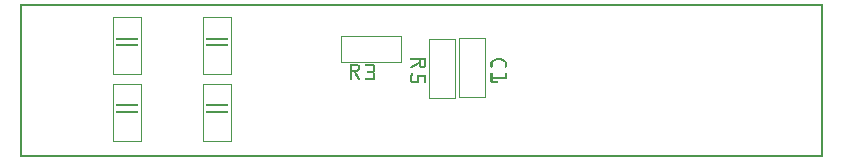
<source format=gbo>
G04 MADE WITH FRITZING*
G04 WWW.FRITZING.ORG*
G04 DOUBLE SIDED*
G04 HOLES PLATED*
G04 CONTOUR ON CENTER OF CONTOUR VECTOR*
%ASAXBY*%
%FSLAX23Y23*%
%MOIN*%
%OFA0B0*%
%SFA1.0B1.0*%
%ADD10R,0.078250X0.007611*%
%ADD11R,0.078250X0.007625*%
%ADD12R,0.001000X0.001000*%
%LNSILK0*%
G90*
G70*
G54D10*
X657Y397D03*
G54D11*
X657Y374D03*
G54D10*
X657Y175D03*
G54D11*
X657Y152D03*
G54D10*
X357Y397D03*
G54D11*
X357Y374D03*
G54D10*
X357Y175D03*
G54D11*
X357Y152D03*
G54D12*
X0Y512D02*
X2676Y512D01*
X0Y511D02*
X2676Y511D01*
X0Y510D02*
X2676Y510D01*
X0Y509D02*
X2676Y509D01*
X0Y508D02*
X2676Y508D01*
X0Y507D02*
X2676Y507D01*
X0Y506D02*
X2676Y506D01*
X0Y505D02*
X2676Y505D01*
X0Y504D02*
X7Y504D01*
X2669Y504D02*
X2676Y504D01*
X0Y503D02*
X7Y503D01*
X2669Y503D02*
X2676Y503D01*
X0Y502D02*
X7Y502D01*
X2669Y502D02*
X2676Y502D01*
X0Y501D02*
X7Y501D01*
X2669Y501D02*
X2676Y501D01*
X0Y500D02*
X7Y500D01*
X2669Y500D02*
X2676Y500D01*
X0Y499D02*
X7Y499D01*
X2669Y499D02*
X2676Y499D01*
X0Y498D02*
X7Y498D01*
X2669Y498D02*
X2676Y498D01*
X0Y497D02*
X7Y497D01*
X2669Y497D02*
X2676Y497D01*
X0Y496D02*
X7Y496D01*
X2669Y496D02*
X2676Y496D01*
X0Y495D02*
X7Y495D01*
X2669Y495D02*
X2676Y495D01*
X0Y494D02*
X7Y494D01*
X2669Y494D02*
X2676Y494D01*
X0Y493D02*
X7Y493D01*
X2669Y493D02*
X2676Y493D01*
X0Y492D02*
X7Y492D01*
X2669Y492D02*
X2676Y492D01*
X0Y491D02*
X7Y491D01*
X2669Y491D02*
X2676Y491D01*
X0Y490D02*
X7Y490D01*
X2669Y490D02*
X2676Y490D01*
X0Y489D02*
X7Y489D01*
X2669Y489D02*
X2676Y489D01*
X0Y488D02*
X7Y488D01*
X2669Y488D02*
X2676Y488D01*
X0Y487D02*
X7Y487D01*
X2669Y487D02*
X2676Y487D01*
X0Y486D02*
X7Y486D01*
X2669Y486D02*
X2676Y486D01*
X0Y485D02*
X7Y485D01*
X2669Y485D02*
X2676Y485D01*
X0Y484D02*
X7Y484D01*
X2669Y484D02*
X2676Y484D01*
X0Y483D02*
X7Y483D01*
X2669Y483D02*
X2676Y483D01*
X0Y482D02*
X7Y482D01*
X2669Y482D02*
X2676Y482D01*
X0Y481D02*
X7Y481D01*
X2669Y481D02*
X2676Y481D01*
X0Y480D02*
X7Y480D01*
X2669Y480D02*
X2676Y480D01*
X0Y479D02*
X7Y479D01*
X2669Y479D02*
X2676Y479D01*
X0Y478D02*
X7Y478D01*
X2669Y478D02*
X2676Y478D01*
X0Y477D02*
X7Y477D01*
X2669Y477D02*
X2676Y477D01*
X0Y476D02*
X7Y476D01*
X2669Y476D02*
X2676Y476D01*
X0Y475D02*
X7Y475D01*
X2669Y475D02*
X2676Y475D01*
X0Y474D02*
X7Y474D01*
X2669Y474D02*
X2676Y474D01*
X0Y473D02*
X7Y473D01*
X2669Y473D02*
X2676Y473D01*
X0Y472D02*
X7Y472D01*
X2669Y472D02*
X2676Y472D01*
X0Y471D02*
X7Y471D01*
X2669Y471D02*
X2676Y471D01*
X0Y470D02*
X7Y470D01*
X2669Y470D02*
X2676Y470D01*
X0Y469D02*
X7Y469D01*
X2669Y469D02*
X2676Y469D01*
X0Y468D02*
X7Y468D01*
X2669Y468D02*
X2676Y468D01*
X0Y467D02*
X7Y467D01*
X310Y467D02*
X405Y467D01*
X610Y467D02*
X705Y467D01*
X2669Y467D02*
X2676Y467D01*
X0Y466D02*
X7Y466D01*
X310Y466D02*
X405Y466D01*
X610Y466D02*
X705Y466D01*
X2669Y466D02*
X2676Y466D01*
X0Y465D02*
X7Y465D01*
X310Y465D02*
X405Y465D01*
X610Y465D02*
X705Y465D01*
X2669Y465D02*
X2676Y465D01*
X0Y464D02*
X7Y464D01*
X310Y464D02*
X312Y464D01*
X402Y464D02*
X405Y464D01*
X610Y464D02*
X612Y464D01*
X702Y464D02*
X705Y464D01*
X2669Y464D02*
X2676Y464D01*
X0Y463D02*
X7Y463D01*
X310Y463D02*
X312Y463D01*
X403Y463D02*
X405Y463D01*
X610Y463D02*
X612Y463D01*
X703Y463D02*
X705Y463D01*
X2669Y463D02*
X2676Y463D01*
X0Y462D02*
X7Y462D01*
X310Y462D02*
X312Y462D01*
X403Y462D02*
X405Y462D01*
X610Y462D02*
X612Y462D01*
X703Y462D02*
X705Y462D01*
X2669Y462D02*
X2676Y462D01*
X0Y461D02*
X7Y461D01*
X310Y461D02*
X312Y461D01*
X403Y461D02*
X405Y461D01*
X610Y461D02*
X612Y461D01*
X703Y461D02*
X705Y461D01*
X2669Y461D02*
X2676Y461D01*
X0Y460D02*
X7Y460D01*
X310Y460D02*
X312Y460D01*
X403Y460D02*
X405Y460D01*
X610Y460D02*
X612Y460D01*
X703Y460D02*
X705Y460D01*
X2669Y460D02*
X2676Y460D01*
X0Y459D02*
X7Y459D01*
X310Y459D02*
X312Y459D01*
X403Y459D02*
X405Y459D01*
X610Y459D02*
X612Y459D01*
X703Y459D02*
X705Y459D01*
X2669Y459D02*
X2676Y459D01*
X0Y458D02*
X7Y458D01*
X310Y458D02*
X312Y458D01*
X403Y458D02*
X405Y458D01*
X610Y458D02*
X612Y458D01*
X703Y458D02*
X705Y458D01*
X2669Y458D02*
X2676Y458D01*
X0Y457D02*
X7Y457D01*
X310Y457D02*
X312Y457D01*
X403Y457D02*
X405Y457D01*
X610Y457D02*
X612Y457D01*
X703Y457D02*
X705Y457D01*
X2669Y457D02*
X2676Y457D01*
X0Y456D02*
X7Y456D01*
X310Y456D02*
X312Y456D01*
X403Y456D02*
X405Y456D01*
X610Y456D02*
X612Y456D01*
X703Y456D02*
X705Y456D01*
X2669Y456D02*
X2676Y456D01*
X0Y455D02*
X7Y455D01*
X310Y455D02*
X312Y455D01*
X403Y455D02*
X405Y455D01*
X610Y455D02*
X612Y455D01*
X703Y455D02*
X705Y455D01*
X2669Y455D02*
X2676Y455D01*
X0Y454D02*
X7Y454D01*
X310Y454D02*
X312Y454D01*
X403Y454D02*
X405Y454D01*
X610Y454D02*
X612Y454D01*
X703Y454D02*
X705Y454D01*
X2669Y454D02*
X2676Y454D01*
X0Y453D02*
X7Y453D01*
X310Y453D02*
X312Y453D01*
X403Y453D02*
X405Y453D01*
X610Y453D02*
X612Y453D01*
X703Y453D02*
X705Y453D01*
X2669Y453D02*
X2676Y453D01*
X0Y452D02*
X7Y452D01*
X310Y452D02*
X312Y452D01*
X403Y452D02*
X405Y452D01*
X610Y452D02*
X612Y452D01*
X703Y452D02*
X705Y452D01*
X2669Y452D02*
X2676Y452D01*
X0Y451D02*
X7Y451D01*
X310Y451D02*
X312Y451D01*
X403Y451D02*
X405Y451D01*
X610Y451D02*
X612Y451D01*
X703Y451D02*
X705Y451D01*
X2669Y451D02*
X2676Y451D01*
X0Y450D02*
X7Y450D01*
X310Y450D02*
X312Y450D01*
X403Y450D02*
X405Y450D01*
X610Y450D02*
X612Y450D01*
X703Y450D02*
X705Y450D01*
X2669Y450D02*
X2676Y450D01*
X0Y449D02*
X7Y449D01*
X310Y449D02*
X312Y449D01*
X403Y449D02*
X405Y449D01*
X610Y449D02*
X612Y449D01*
X703Y449D02*
X705Y449D01*
X2669Y449D02*
X2676Y449D01*
X0Y448D02*
X7Y448D01*
X310Y448D02*
X312Y448D01*
X403Y448D02*
X405Y448D01*
X610Y448D02*
X612Y448D01*
X703Y448D02*
X705Y448D01*
X2669Y448D02*
X2676Y448D01*
X0Y447D02*
X7Y447D01*
X310Y447D02*
X312Y447D01*
X403Y447D02*
X405Y447D01*
X610Y447D02*
X612Y447D01*
X703Y447D02*
X705Y447D01*
X2669Y447D02*
X2676Y447D01*
X0Y446D02*
X7Y446D01*
X310Y446D02*
X312Y446D01*
X403Y446D02*
X405Y446D01*
X610Y446D02*
X612Y446D01*
X703Y446D02*
X705Y446D01*
X2669Y446D02*
X2676Y446D01*
X0Y445D02*
X7Y445D01*
X310Y445D02*
X312Y445D01*
X403Y445D02*
X405Y445D01*
X610Y445D02*
X612Y445D01*
X703Y445D02*
X705Y445D01*
X2669Y445D02*
X2676Y445D01*
X0Y444D02*
X7Y444D01*
X310Y444D02*
X312Y444D01*
X403Y444D02*
X405Y444D01*
X610Y444D02*
X612Y444D01*
X703Y444D02*
X705Y444D01*
X2669Y444D02*
X2676Y444D01*
X0Y443D02*
X7Y443D01*
X310Y443D02*
X312Y443D01*
X403Y443D02*
X405Y443D01*
X610Y443D02*
X612Y443D01*
X703Y443D02*
X705Y443D01*
X2669Y443D02*
X2676Y443D01*
X0Y442D02*
X7Y442D01*
X310Y442D02*
X312Y442D01*
X403Y442D02*
X405Y442D01*
X610Y442D02*
X612Y442D01*
X703Y442D02*
X705Y442D01*
X2669Y442D02*
X2676Y442D01*
X0Y441D02*
X7Y441D01*
X310Y441D02*
X312Y441D01*
X403Y441D02*
X405Y441D01*
X610Y441D02*
X612Y441D01*
X703Y441D02*
X705Y441D01*
X2669Y441D02*
X2676Y441D01*
X0Y440D02*
X7Y440D01*
X310Y440D02*
X312Y440D01*
X403Y440D02*
X405Y440D01*
X610Y440D02*
X612Y440D01*
X703Y440D02*
X705Y440D01*
X2669Y440D02*
X2676Y440D01*
X0Y439D02*
X7Y439D01*
X310Y439D02*
X312Y439D01*
X403Y439D02*
X405Y439D01*
X610Y439D02*
X612Y439D01*
X703Y439D02*
X705Y439D01*
X2669Y439D02*
X2676Y439D01*
X0Y438D02*
X7Y438D01*
X310Y438D02*
X312Y438D01*
X403Y438D02*
X405Y438D01*
X610Y438D02*
X612Y438D01*
X703Y438D02*
X705Y438D01*
X2669Y438D02*
X2676Y438D01*
X0Y437D02*
X7Y437D01*
X310Y437D02*
X312Y437D01*
X403Y437D02*
X405Y437D01*
X610Y437D02*
X612Y437D01*
X703Y437D02*
X705Y437D01*
X2669Y437D02*
X2676Y437D01*
X0Y436D02*
X7Y436D01*
X310Y436D02*
X312Y436D01*
X403Y436D02*
X405Y436D01*
X610Y436D02*
X612Y436D01*
X703Y436D02*
X705Y436D01*
X2669Y436D02*
X2676Y436D01*
X0Y435D02*
X7Y435D01*
X310Y435D02*
X312Y435D01*
X403Y435D02*
X405Y435D01*
X610Y435D02*
X612Y435D01*
X703Y435D02*
X705Y435D01*
X2669Y435D02*
X2676Y435D01*
X0Y434D02*
X7Y434D01*
X310Y434D02*
X312Y434D01*
X403Y434D02*
X405Y434D01*
X610Y434D02*
X612Y434D01*
X703Y434D02*
X705Y434D01*
X2669Y434D02*
X2676Y434D01*
X0Y433D02*
X7Y433D01*
X310Y433D02*
X312Y433D01*
X403Y433D02*
X405Y433D01*
X610Y433D02*
X612Y433D01*
X703Y433D02*
X705Y433D01*
X2669Y433D02*
X2676Y433D01*
X0Y432D02*
X7Y432D01*
X310Y432D02*
X312Y432D01*
X403Y432D02*
X405Y432D01*
X610Y432D02*
X612Y432D01*
X703Y432D02*
X705Y432D01*
X2669Y432D02*
X2676Y432D01*
X0Y431D02*
X7Y431D01*
X310Y431D02*
X312Y431D01*
X403Y431D02*
X405Y431D01*
X610Y431D02*
X612Y431D01*
X703Y431D02*
X705Y431D01*
X2669Y431D02*
X2676Y431D01*
X0Y430D02*
X7Y430D01*
X310Y430D02*
X312Y430D01*
X403Y430D02*
X405Y430D01*
X610Y430D02*
X612Y430D01*
X703Y430D02*
X705Y430D01*
X2669Y430D02*
X2676Y430D01*
X0Y429D02*
X7Y429D01*
X310Y429D02*
X312Y429D01*
X403Y429D02*
X405Y429D01*
X610Y429D02*
X612Y429D01*
X703Y429D02*
X705Y429D01*
X2669Y429D02*
X2676Y429D01*
X0Y428D02*
X7Y428D01*
X310Y428D02*
X312Y428D01*
X403Y428D02*
X405Y428D01*
X610Y428D02*
X612Y428D01*
X703Y428D02*
X705Y428D01*
X2669Y428D02*
X2676Y428D01*
X0Y427D02*
X7Y427D01*
X310Y427D02*
X312Y427D01*
X403Y427D02*
X405Y427D01*
X610Y427D02*
X612Y427D01*
X703Y427D02*
X705Y427D01*
X2669Y427D02*
X2676Y427D01*
X0Y426D02*
X7Y426D01*
X310Y426D02*
X312Y426D01*
X403Y426D02*
X405Y426D01*
X610Y426D02*
X612Y426D01*
X703Y426D02*
X705Y426D01*
X2669Y426D02*
X2676Y426D01*
X0Y425D02*
X7Y425D01*
X310Y425D02*
X312Y425D01*
X403Y425D02*
X405Y425D01*
X610Y425D02*
X612Y425D01*
X703Y425D02*
X705Y425D01*
X2669Y425D02*
X2676Y425D01*
X0Y424D02*
X7Y424D01*
X310Y424D02*
X312Y424D01*
X403Y424D02*
X405Y424D01*
X610Y424D02*
X612Y424D01*
X703Y424D02*
X705Y424D01*
X2669Y424D02*
X2676Y424D01*
X0Y423D02*
X7Y423D01*
X310Y423D02*
X312Y423D01*
X403Y423D02*
X405Y423D01*
X610Y423D02*
X612Y423D01*
X703Y423D02*
X705Y423D01*
X2669Y423D02*
X2676Y423D01*
X0Y422D02*
X7Y422D01*
X310Y422D02*
X312Y422D01*
X403Y422D02*
X405Y422D01*
X610Y422D02*
X612Y422D01*
X703Y422D02*
X705Y422D01*
X2669Y422D02*
X2676Y422D01*
X0Y421D02*
X7Y421D01*
X310Y421D02*
X312Y421D01*
X403Y421D02*
X405Y421D01*
X610Y421D02*
X612Y421D01*
X703Y421D02*
X705Y421D01*
X2669Y421D02*
X2676Y421D01*
X0Y420D02*
X7Y420D01*
X310Y420D02*
X312Y420D01*
X403Y420D02*
X405Y420D01*
X610Y420D02*
X612Y420D01*
X703Y420D02*
X705Y420D01*
X2669Y420D02*
X2676Y420D01*
X0Y419D02*
X7Y419D01*
X310Y419D02*
X312Y419D01*
X403Y419D02*
X405Y419D01*
X610Y419D02*
X612Y419D01*
X703Y419D02*
X705Y419D01*
X2669Y419D02*
X2676Y419D01*
X0Y418D02*
X7Y418D01*
X310Y418D02*
X312Y418D01*
X403Y418D02*
X405Y418D01*
X610Y418D02*
X612Y418D01*
X703Y418D02*
X705Y418D01*
X2669Y418D02*
X2676Y418D01*
X0Y417D02*
X7Y417D01*
X310Y417D02*
X312Y417D01*
X403Y417D02*
X405Y417D01*
X610Y417D02*
X612Y417D01*
X703Y417D02*
X705Y417D01*
X2669Y417D02*
X2676Y417D01*
X0Y416D02*
X7Y416D01*
X310Y416D02*
X312Y416D01*
X403Y416D02*
X405Y416D01*
X610Y416D02*
X612Y416D01*
X703Y416D02*
X705Y416D01*
X2669Y416D02*
X2676Y416D01*
X0Y415D02*
X7Y415D01*
X310Y415D02*
X312Y415D01*
X403Y415D02*
X405Y415D01*
X610Y415D02*
X612Y415D01*
X703Y415D02*
X705Y415D01*
X2669Y415D02*
X2676Y415D01*
X0Y414D02*
X7Y414D01*
X310Y414D02*
X312Y414D01*
X403Y414D02*
X405Y414D01*
X610Y414D02*
X612Y414D01*
X703Y414D02*
X705Y414D01*
X2669Y414D02*
X2676Y414D01*
X0Y413D02*
X7Y413D01*
X310Y413D02*
X312Y413D01*
X403Y413D02*
X405Y413D01*
X610Y413D02*
X612Y413D01*
X703Y413D02*
X705Y413D01*
X2669Y413D02*
X2676Y413D01*
X0Y412D02*
X7Y412D01*
X310Y412D02*
X312Y412D01*
X403Y412D02*
X405Y412D01*
X610Y412D02*
X612Y412D01*
X703Y412D02*
X705Y412D01*
X2669Y412D02*
X2676Y412D01*
X0Y411D02*
X7Y411D01*
X310Y411D02*
X312Y411D01*
X403Y411D02*
X405Y411D01*
X610Y411D02*
X612Y411D01*
X703Y411D02*
X705Y411D01*
X2669Y411D02*
X2676Y411D01*
X0Y410D02*
X7Y410D01*
X310Y410D02*
X312Y410D01*
X403Y410D02*
X405Y410D01*
X610Y410D02*
X612Y410D01*
X703Y410D02*
X705Y410D01*
X2669Y410D02*
X2676Y410D01*
X0Y409D02*
X7Y409D01*
X310Y409D02*
X312Y409D01*
X403Y409D02*
X405Y409D01*
X610Y409D02*
X612Y409D01*
X703Y409D02*
X705Y409D01*
X2669Y409D02*
X2676Y409D01*
X0Y408D02*
X7Y408D01*
X310Y408D02*
X312Y408D01*
X403Y408D02*
X405Y408D01*
X610Y408D02*
X612Y408D01*
X703Y408D02*
X705Y408D01*
X2669Y408D02*
X2676Y408D01*
X0Y407D02*
X7Y407D01*
X310Y407D02*
X312Y407D01*
X403Y407D02*
X405Y407D01*
X610Y407D02*
X612Y407D01*
X703Y407D02*
X705Y407D01*
X2669Y407D02*
X2676Y407D01*
X0Y406D02*
X7Y406D01*
X310Y406D02*
X312Y406D01*
X403Y406D02*
X405Y406D01*
X610Y406D02*
X612Y406D01*
X703Y406D02*
X705Y406D01*
X2669Y406D02*
X2676Y406D01*
X0Y405D02*
X7Y405D01*
X310Y405D02*
X313Y405D01*
X403Y405D02*
X405Y405D01*
X610Y405D02*
X613Y405D01*
X703Y405D02*
X705Y405D01*
X1071Y405D02*
X1271Y405D01*
X2669Y405D02*
X2676Y405D01*
X0Y404D02*
X7Y404D01*
X310Y404D02*
X313Y404D01*
X403Y404D02*
X405Y404D01*
X610Y404D02*
X613Y404D01*
X703Y404D02*
X705Y404D01*
X1071Y404D02*
X1271Y404D01*
X2669Y404D02*
X2676Y404D01*
X0Y403D02*
X7Y403D01*
X310Y403D02*
X313Y403D01*
X403Y403D02*
X405Y403D01*
X610Y403D02*
X613Y403D01*
X703Y403D02*
X705Y403D01*
X1071Y403D02*
X1271Y403D01*
X2669Y403D02*
X2676Y403D01*
X0Y402D02*
X7Y402D01*
X310Y402D02*
X313Y402D01*
X403Y402D02*
X405Y402D01*
X610Y402D02*
X613Y402D01*
X703Y402D02*
X705Y402D01*
X1071Y402D02*
X1073Y402D01*
X1147Y402D02*
X1195Y402D01*
X1269Y402D02*
X1271Y402D01*
X2669Y402D02*
X2676Y402D01*
X0Y401D02*
X7Y401D01*
X310Y401D02*
X313Y401D01*
X403Y401D02*
X405Y401D01*
X610Y401D02*
X613Y401D01*
X703Y401D02*
X705Y401D01*
X1071Y401D02*
X1073Y401D01*
X1269Y401D02*
X1271Y401D01*
X2669Y401D02*
X2676Y401D01*
X0Y400D02*
X7Y400D01*
X310Y400D02*
X313Y400D01*
X403Y400D02*
X405Y400D01*
X610Y400D02*
X613Y400D01*
X703Y400D02*
X705Y400D01*
X1071Y400D02*
X1073Y400D01*
X1269Y400D02*
X1271Y400D01*
X2669Y400D02*
X2676Y400D01*
X0Y399D02*
X7Y399D01*
X310Y399D02*
X313Y399D01*
X403Y399D02*
X405Y399D01*
X610Y399D02*
X613Y399D01*
X703Y399D02*
X705Y399D01*
X1071Y399D02*
X1073Y399D01*
X1269Y399D02*
X1271Y399D01*
X1462Y399D02*
X1552Y399D01*
X2669Y399D02*
X2676Y399D01*
X0Y398D02*
X7Y398D01*
X310Y398D02*
X313Y398D01*
X403Y398D02*
X405Y398D01*
X610Y398D02*
X613Y398D01*
X703Y398D02*
X705Y398D01*
X1071Y398D02*
X1073Y398D01*
X1269Y398D02*
X1271Y398D01*
X1462Y398D02*
X1552Y398D01*
X2669Y398D02*
X2676Y398D01*
X0Y397D02*
X7Y397D01*
X310Y397D02*
X313Y397D01*
X403Y397D02*
X405Y397D01*
X610Y397D02*
X613Y397D01*
X703Y397D02*
X705Y397D01*
X1071Y397D02*
X1073Y397D01*
X1269Y397D02*
X1271Y397D01*
X1462Y397D02*
X1552Y397D01*
X2669Y397D02*
X2676Y397D01*
X0Y396D02*
X7Y396D01*
X310Y396D02*
X313Y396D01*
X403Y396D02*
X405Y396D01*
X610Y396D02*
X613Y396D01*
X703Y396D02*
X705Y396D01*
X1071Y396D02*
X1073Y396D01*
X1269Y396D02*
X1271Y396D01*
X1362Y396D02*
X1452Y396D01*
X1462Y396D02*
X1464Y396D01*
X1550Y396D02*
X1552Y396D01*
X2669Y396D02*
X2676Y396D01*
X0Y395D02*
X7Y395D01*
X310Y395D02*
X313Y395D01*
X403Y395D02*
X405Y395D01*
X610Y395D02*
X613Y395D01*
X703Y395D02*
X705Y395D01*
X1071Y395D02*
X1073Y395D01*
X1269Y395D02*
X1271Y395D01*
X1362Y395D02*
X1452Y395D01*
X1462Y395D02*
X1464Y395D01*
X1550Y395D02*
X1552Y395D01*
X2669Y395D02*
X2676Y395D01*
X0Y394D02*
X7Y394D01*
X310Y394D02*
X313Y394D01*
X403Y394D02*
X405Y394D01*
X610Y394D02*
X613Y394D01*
X703Y394D02*
X705Y394D01*
X1071Y394D02*
X1073Y394D01*
X1269Y394D02*
X1271Y394D01*
X1362Y394D02*
X1452Y394D01*
X1462Y394D02*
X1464Y394D01*
X1550Y394D02*
X1552Y394D01*
X2669Y394D02*
X2676Y394D01*
X0Y393D02*
X7Y393D01*
X310Y393D02*
X313Y393D01*
X403Y393D02*
X405Y393D01*
X610Y393D02*
X613Y393D01*
X703Y393D02*
X705Y393D01*
X1071Y393D02*
X1073Y393D01*
X1269Y393D02*
X1271Y393D01*
X1362Y393D02*
X1364Y393D01*
X1450Y393D02*
X1452Y393D01*
X1462Y393D02*
X1464Y393D01*
X1550Y393D02*
X1552Y393D01*
X2669Y393D02*
X2676Y393D01*
X0Y392D02*
X7Y392D01*
X310Y392D02*
X313Y392D01*
X403Y392D02*
X405Y392D01*
X610Y392D02*
X613Y392D01*
X703Y392D02*
X705Y392D01*
X1071Y392D02*
X1073Y392D01*
X1269Y392D02*
X1271Y392D01*
X1362Y392D02*
X1364Y392D01*
X1450Y392D02*
X1452Y392D01*
X1462Y392D02*
X1464Y392D01*
X1550Y392D02*
X1552Y392D01*
X2669Y392D02*
X2676Y392D01*
X0Y391D02*
X7Y391D01*
X310Y391D02*
X313Y391D01*
X403Y391D02*
X405Y391D01*
X610Y391D02*
X613Y391D01*
X703Y391D02*
X705Y391D01*
X1071Y391D02*
X1073Y391D01*
X1269Y391D02*
X1271Y391D01*
X1362Y391D02*
X1364Y391D01*
X1450Y391D02*
X1452Y391D01*
X1462Y391D02*
X1464Y391D01*
X1550Y391D02*
X1552Y391D01*
X2669Y391D02*
X2676Y391D01*
X0Y390D02*
X7Y390D01*
X310Y390D02*
X313Y390D01*
X403Y390D02*
X405Y390D01*
X610Y390D02*
X613Y390D01*
X703Y390D02*
X705Y390D01*
X1071Y390D02*
X1073Y390D01*
X1269Y390D02*
X1271Y390D01*
X1362Y390D02*
X1364Y390D01*
X1450Y390D02*
X1452Y390D01*
X1462Y390D02*
X1464Y390D01*
X1550Y390D02*
X1552Y390D01*
X2669Y390D02*
X2676Y390D01*
X0Y389D02*
X7Y389D01*
X310Y389D02*
X313Y389D01*
X403Y389D02*
X405Y389D01*
X610Y389D02*
X613Y389D01*
X703Y389D02*
X705Y389D01*
X1071Y389D02*
X1073Y389D01*
X1269Y389D02*
X1271Y389D01*
X1362Y389D02*
X1364Y389D01*
X1450Y389D02*
X1452Y389D01*
X1462Y389D02*
X1464Y389D01*
X1550Y389D02*
X1552Y389D01*
X2669Y389D02*
X2676Y389D01*
X0Y388D02*
X7Y388D01*
X310Y388D02*
X313Y388D01*
X403Y388D02*
X405Y388D01*
X610Y388D02*
X613Y388D01*
X703Y388D02*
X705Y388D01*
X1071Y388D02*
X1073Y388D01*
X1269Y388D02*
X1271Y388D01*
X1362Y388D02*
X1364Y388D01*
X1450Y388D02*
X1452Y388D01*
X1462Y388D02*
X1464Y388D01*
X1550Y388D02*
X1552Y388D01*
X2669Y388D02*
X2676Y388D01*
X0Y387D02*
X7Y387D01*
X310Y387D02*
X313Y387D01*
X403Y387D02*
X405Y387D01*
X610Y387D02*
X613Y387D01*
X703Y387D02*
X705Y387D01*
X1071Y387D02*
X1073Y387D01*
X1269Y387D02*
X1271Y387D01*
X1362Y387D02*
X1364Y387D01*
X1450Y387D02*
X1452Y387D01*
X1462Y387D02*
X1464Y387D01*
X1550Y387D02*
X1552Y387D01*
X2669Y387D02*
X2676Y387D01*
X0Y386D02*
X7Y386D01*
X310Y386D02*
X313Y386D01*
X403Y386D02*
X405Y386D01*
X610Y386D02*
X613Y386D01*
X703Y386D02*
X705Y386D01*
X1071Y386D02*
X1073Y386D01*
X1269Y386D02*
X1271Y386D01*
X1362Y386D02*
X1364Y386D01*
X1450Y386D02*
X1452Y386D01*
X1462Y386D02*
X1464Y386D01*
X1550Y386D02*
X1552Y386D01*
X2669Y386D02*
X2676Y386D01*
X0Y385D02*
X7Y385D01*
X310Y385D02*
X313Y385D01*
X403Y385D02*
X405Y385D01*
X610Y385D02*
X613Y385D01*
X703Y385D02*
X705Y385D01*
X1071Y385D02*
X1073Y385D01*
X1269Y385D02*
X1271Y385D01*
X1362Y385D02*
X1364Y385D01*
X1450Y385D02*
X1452Y385D01*
X1462Y385D02*
X1464Y385D01*
X1550Y385D02*
X1552Y385D01*
X2669Y385D02*
X2676Y385D01*
X0Y384D02*
X7Y384D01*
X310Y384D02*
X313Y384D01*
X403Y384D02*
X405Y384D01*
X610Y384D02*
X613Y384D01*
X703Y384D02*
X705Y384D01*
X1071Y384D02*
X1073Y384D01*
X1269Y384D02*
X1271Y384D01*
X1362Y384D02*
X1364Y384D01*
X1450Y384D02*
X1452Y384D01*
X1462Y384D02*
X1464Y384D01*
X1550Y384D02*
X1552Y384D01*
X2669Y384D02*
X2676Y384D01*
X0Y383D02*
X7Y383D01*
X310Y383D02*
X313Y383D01*
X403Y383D02*
X405Y383D01*
X610Y383D02*
X613Y383D01*
X703Y383D02*
X705Y383D01*
X1071Y383D02*
X1073Y383D01*
X1269Y383D02*
X1271Y383D01*
X1362Y383D02*
X1364Y383D01*
X1450Y383D02*
X1452Y383D01*
X1462Y383D02*
X1464Y383D01*
X1550Y383D02*
X1552Y383D01*
X2669Y383D02*
X2676Y383D01*
X0Y382D02*
X7Y382D01*
X310Y382D02*
X313Y382D01*
X403Y382D02*
X405Y382D01*
X610Y382D02*
X613Y382D01*
X703Y382D02*
X705Y382D01*
X1071Y382D02*
X1073Y382D01*
X1269Y382D02*
X1271Y382D01*
X1362Y382D02*
X1364Y382D01*
X1450Y382D02*
X1452Y382D01*
X1462Y382D02*
X1464Y382D01*
X1550Y382D02*
X1552Y382D01*
X2669Y382D02*
X2676Y382D01*
X0Y381D02*
X7Y381D01*
X310Y381D02*
X313Y381D01*
X403Y381D02*
X405Y381D01*
X610Y381D02*
X613Y381D01*
X703Y381D02*
X705Y381D01*
X1071Y381D02*
X1073Y381D01*
X1269Y381D02*
X1271Y381D01*
X1362Y381D02*
X1364Y381D01*
X1450Y381D02*
X1452Y381D01*
X1462Y381D02*
X1464Y381D01*
X1550Y381D02*
X1552Y381D01*
X2669Y381D02*
X2676Y381D01*
X0Y380D02*
X7Y380D01*
X310Y380D02*
X313Y380D01*
X403Y380D02*
X405Y380D01*
X610Y380D02*
X613Y380D01*
X703Y380D02*
X705Y380D01*
X1071Y380D02*
X1073Y380D01*
X1269Y380D02*
X1271Y380D01*
X1362Y380D02*
X1364Y380D01*
X1450Y380D02*
X1452Y380D01*
X1462Y380D02*
X1464Y380D01*
X1550Y380D02*
X1552Y380D01*
X2669Y380D02*
X2676Y380D01*
X0Y379D02*
X7Y379D01*
X310Y379D02*
X313Y379D01*
X403Y379D02*
X405Y379D01*
X610Y379D02*
X613Y379D01*
X703Y379D02*
X705Y379D01*
X1071Y379D02*
X1073Y379D01*
X1269Y379D02*
X1271Y379D01*
X1362Y379D02*
X1364Y379D01*
X1450Y379D02*
X1452Y379D01*
X1462Y379D02*
X1464Y379D01*
X1550Y379D02*
X1552Y379D01*
X2669Y379D02*
X2676Y379D01*
X0Y378D02*
X7Y378D01*
X310Y378D02*
X313Y378D01*
X403Y378D02*
X405Y378D01*
X610Y378D02*
X613Y378D01*
X703Y378D02*
X705Y378D01*
X1071Y378D02*
X1073Y378D01*
X1269Y378D02*
X1271Y378D01*
X1362Y378D02*
X1364Y378D01*
X1450Y378D02*
X1452Y378D01*
X1462Y378D02*
X1464Y378D01*
X1550Y378D02*
X1552Y378D01*
X2669Y378D02*
X2676Y378D01*
X0Y377D02*
X7Y377D01*
X310Y377D02*
X313Y377D01*
X403Y377D02*
X405Y377D01*
X610Y377D02*
X613Y377D01*
X703Y377D02*
X705Y377D01*
X1071Y377D02*
X1073Y377D01*
X1269Y377D02*
X1271Y377D01*
X1362Y377D02*
X1364Y377D01*
X1450Y377D02*
X1452Y377D01*
X1462Y377D02*
X1464Y377D01*
X1550Y377D02*
X1552Y377D01*
X2669Y377D02*
X2676Y377D01*
X0Y376D02*
X7Y376D01*
X310Y376D02*
X313Y376D01*
X403Y376D02*
X405Y376D01*
X610Y376D02*
X613Y376D01*
X703Y376D02*
X705Y376D01*
X1071Y376D02*
X1073Y376D01*
X1269Y376D02*
X1271Y376D01*
X1362Y376D02*
X1364Y376D01*
X1450Y376D02*
X1452Y376D01*
X1462Y376D02*
X1464Y376D01*
X1550Y376D02*
X1552Y376D01*
X2669Y376D02*
X2676Y376D01*
X0Y375D02*
X7Y375D01*
X310Y375D02*
X313Y375D01*
X403Y375D02*
X405Y375D01*
X610Y375D02*
X613Y375D01*
X703Y375D02*
X705Y375D01*
X1071Y375D02*
X1073Y375D01*
X1269Y375D02*
X1271Y375D01*
X1362Y375D02*
X1364Y375D01*
X1450Y375D02*
X1452Y375D01*
X1462Y375D02*
X1464Y375D01*
X1550Y375D02*
X1552Y375D01*
X2669Y375D02*
X2676Y375D01*
X0Y374D02*
X7Y374D01*
X310Y374D02*
X313Y374D01*
X403Y374D02*
X405Y374D01*
X610Y374D02*
X613Y374D01*
X703Y374D02*
X705Y374D01*
X1071Y374D02*
X1073Y374D01*
X1269Y374D02*
X1271Y374D01*
X1362Y374D02*
X1364Y374D01*
X1450Y374D02*
X1452Y374D01*
X1462Y374D02*
X1464Y374D01*
X1550Y374D02*
X1552Y374D01*
X2669Y374D02*
X2676Y374D01*
X0Y373D02*
X7Y373D01*
X310Y373D02*
X313Y373D01*
X403Y373D02*
X405Y373D01*
X610Y373D02*
X613Y373D01*
X703Y373D02*
X705Y373D01*
X1071Y373D02*
X1073Y373D01*
X1269Y373D02*
X1271Y373D01*
X1362Y373D02*
X1364Y373D01*
X1450Y373D02*
X1452Y373D01*
X1462Y373D02*
X1464Y373D01*
X1550Y373D02*
X1552Y373D01*
X2669Y373D02*
X2676Y373D01*
X0Y372D02*
X7Y372D01*
X310Y372D02*
X313Y372D01*
X403Y372D02*
X405Y372D01*
X610Y372D02*
X613Y372D01*
X703Y372D02*
X705Y372D01*
X1071Y372D02*
X1073Y372D01*
X1269Y372D02*
X1271Y372D01*
X1362Y372D02*
X1364Y372D01*
X1450Y372D02*
X1452Y372D01*
X1462Y372D02*
X1464Y372D01*
X1550Y372D02*
X1552Y372D01*
X2669Y372D02*
X2676Y372D01*
X0Y371D02*
X7Y371D01*
X310Y371D02*
X313Y371D01*
X403Y371D02*
X405Y371D01*
X610Y371D02*
X613Y371D01*
X703Y371D02*
X705Y371D01*
X1071Y371D02*
X1073Y371D01*
X1269Y371D02*
X1271Y371D01*
X1362Y371D02*
X1364Y371D01*
X1450Y371D02*
X1452Y371D01*
X1462Y371D02*
X1464Y371D01*
X1550Y371D02*
X1552Y371D01*
X2669Y371D02*
X2676Y371D01*
X0Y370D02*
X7Y370D01*
X310Y370D02*
X313Y370D01*
X403Y370D02*
X405Y370D01*
X610Y370D02*
X613Y370D01*
X703Y370D02*
X705Y370D01*
X1071Y370D02*
X1073Y370D01*
X1269Y370D02*
X1271Y370D01*
X1362Y370D02*
X1364Y370D01*
X1450Y370D02*
X1452Y370D01*
X1462Y370D02*
X1464Y370D01*
X1550Y370D02*
X1552Y370D01*
X2669Y370D02*
X2676Y370D01*
X0Y369D02*
X7Y369D01*
X310Y369D02*
X313Y369D01*
X403Y369D02*
X405Y369D01*
X610Y369D02*
X613Y369D01*
X703Y369D02*
X705Y369D01*
X1071Y369D02*
X1073Y369D01*
X1269Y369D02*
X1271Y369D01*
X1362Y369D02*
X1364Y369D01*
X1450Y369D02*
X1452Y369D01*
X1462Y369D02*
X1464Y369D01*
X1550Y369D02*
X1552Y369D01*
X2669Y369D02*
X2676Y369D01*
X0Y368D02*
X7Y368D01*
X310Y368D02*
X313Y368D01*
X403Y368D02*
X405Y368D01*
X610Y368D02*
X613Y368D01*
X703Y368D02*
X705Y368D01*
X1071Y368D02*
X1073Y368D01*
X1269Y368D02*
X1271Y368D01*
X1362Y368D02*
X1364Y368D01*
X1450Y368D02*
X1452Y368D01*
X1462Y368D02*
X1464Y368D01*
X1550Y368D02*
X1552Y368D01*
X2669Y368D02*
X2676Y368D01*
X0Y367D02*
X7Y367D01*
X310Y367D02*
X313Y367D01*
X403Y367D02*
X405Y367D01*
X610Y367D02*
X613Y367D01*
X703Y367D02*
X705Y367D01*
X1071Y367D02*
X1073Y367D01*
X1269Y367D02*
X1271Y367D01*
X1362Y367D02*
X1364Y367D01*
X1450Y367D02*
X1452Y367D01*
X1462Y367D02*
X1464Y367D01*
X1550Y367D02*
X1552Y367D01*
X2669Y367D02*
X2676Y367D01*
X0Y366D02*
X7Y366D01*
X310Y366D02*
X313Y366D01*
X403Y366D02*
X405Y366D01*
X610Y366D02*
X613Y366D01*
X703Y366D02*
X705Y366D01*
X1071Y366D02*
X1073Y366D01*
X1269Y366D02*
X1271Y366D01*
X1362Y366D02*
X1364Y366D01*
X1450Y366D02*
X1452Y366D01*
X1462Y366D02*
X1464Y366D01*
X1550Y366D02*
X1552Y366D01*
X2669Y366D02*
X2676Y366D01*
X0Y365D02*
X7Y365D01*
X310Y365D02*
X313Y365D01*
X403Y365D02*
X405Y365D01*
X610Y365D02*
X613Y365D01*
X703Y365D02*
X705Y365D01*
X1071Y365D02*
X1073Y365D01*
X1269Y365D02*
X1271Y365D01*
X1362Y365D02*
X1364Y365D01*
X1450Y365D02*
X1452Y365D01*
X1462Y365D02*
X1464Y365D01*
X1550Y365D02*
X1552Y365D01*
X2669Y365D02*
X2676Y365D01*
X0Y364D02*
X7Y364D01*
X310Y364D02*
X313Y364D01*
X403Y364D02*
X405Y364D01*
X610Y364D02*
X613Y364D01*
X703Y364D02*
X705Y364D01*
X1071Y364D02*
X1073Y364D01*
X1269Y364D02*
X1271Y364D01*
X1362Y364D02*
X1364Y364D01*
X1450Y364D02*
X1452Y364D01*
X1462Y364D02*
X1464Y364D01*
X1550Y364D02*
X1552Y364D01*
X2669Y364D02*
X2676Y364D01*
X0Y363D02*
X7Y363D01*
X310Y363D02*
X313Y363D01*
X403Y363D02*
X405Y363D01*
X610Y363D02*
X613Y363D01*
X703Y363D02*
X705Y363D01*
X1071Y363D02*
X1073Y363D01*
X1269Y363D02*
X1271Y363D01*
X1362Y363D02*
X1364Y363D01*
X1450Y363D02*
X1452Y363D01*
X1462Y363D02*
X1464Y363D01*
X1550Y363D02*
X1552Y363D01*
X2669Y363D02*
X2676Y363D01*
X0Y362D02*
X7Y362D01*
X310Y362D02*
X313Y362D01*
X403Y362D02*
X405Y362D01*
X610Y362D02*
X613Y362D01*
X703Y362D02*
X705Y362D01*
X1071Y362D02*
X1073Y362D01*
X1269Y362D02*
X1271Y362D01*
X1362Y362D02*
X1364Y362D01*
X1450Y362D02*
X1452Y362D01*
X1462Y362D02*
X1464Y362D01*
X1550Y362D02*
X1552Y362D01*
X2669Y362D02*
X2676Y362D01*
X0Y361D02*
X7Y361D01*
X310Y361D02*
X313Y361D01*
X403Y361D02*
X405Y361D01*
X610Y361D02*
X613Y361D01*
X703Y361D02*
X705Y361D01*
X1071Y361D02*
X1073Y361D01*
X1269Y361D02*
X1271Y361D01*
X1362Y361D02*
X1364Y361D01*
X1450Y361D02*
X1452Y361D01*
X1462Y361D02*
X1464Y361D01*
X1550Y361D02*
X1552Y361D01*
X2669Y361D02*
X2676Y361D01*
X0Y360D02*
X7Y360D01*
X310Y360D02*
X313Y360D01*
X403Y360D02*
X405Y360D01*
X610Y360D02*
X613Y360D01*
X703Y360D02*
X705Y360D01*
X1071Y360D02*
X1073Y360D01*
X1269Y360D02*
X1271Y360D01*
X1362Y360D02*
X1364Y360D01*
X1450Y360D02*
X1452Y360D01*
X1462Y360D02*
X1464Y360D01*
X1550Y360D02*
X1552Y360D01*
X2669Y360D02*
X2676Y360D01*
X0Y359D02*
X7Y359D01*
X310Y359D02*
X313Y359D01*
X403Y359D02*
X405Y359D01*
X610Y359D02*
X613Y359D01*
X703Y359D02*
X705Y359D01*
X1071Y359D02*
X1073Y359D01*
X1269Y359D02*
X1271Y359D01*
X1362Y359D02*
X1364Y359D01*
X1450Y359D02*
X1452Y359D01*
X1462Y359D02*
X1464Y359D01*
X1550Y359D02*
X1552Y359D01*
X2669Y359D02*
X2676Y359D01*
X0Y358D02*
X7Y358D01*
X310Y358D02*
X313Y358D01*
X403Y358D02*
X405Y358D01*
X610Y358D02*
X613Y358D01*
X703Y358D02*
X705Y358D01*
X1071Y358D02*
X1073Y358D01*
X1269Y358D02*
X1271Y358D01*
X1362Y358D02*
X1364Y358D01*
X1450Y358D02*
X1452Y358D01*
X1462Y358D02*
X1464Y358D01*
X1550Y358D02*
X1552Y358D01*
X2669Y358D02*
X2676Y358D01*
X0Y357D02*
X7Y357D01*
X310Y357D02*
X313Y357D01*
X403Y357D02*
X405Y357D01*
X610Y357D02*
X613Y357D01*
X703Y357D02*
X705Y357D01*
X1071Y357D02*
X1073Y357D01*
X1269Y357D02*
X1271Y357D01*
X1362Y357D02*
X1364Y357D01*
X1450Y357D02*
X1452Y357D01*
X1462Y357D02*
X1464Y357D01*
X1550Y357D02*
X1552Y357D01*
X2669Y357D02*
X2676Y357D01*
X0Y356D02*
X7Y356D01*
X310Y356D02*
X313Y356D01*
X403Y356D02*
X405Y356D01*
X610Y356D02*
X613Y356D01*
X703Y356D02*
X705Y356D01*
X1071Y356D02*
X1073Y356D01*
X1269Y356D02*
X1271Y356D01*
X1362Y356D02*
X1364Y356D01*
X1450Y356D02*
X1452Y356D01*
X1462Y356D02*
X1464Y356D01*
X1550Y356D02*
X1552Y356D01*
X2669Y356D02*
X2676Y356D01*
X0Y355D02*
X7Y355D01*
X310Y355D02*
X313Y355D01*
X403Y355D02*
X405Y355D01*
X610Y355D02*
X613Y355D01*
X703Y355D02*
X705Y355D01*
X1071Y355D02*
X1073Y355D01*
X1269Y355D02*
X1271Y355D01*
X1362Y355D02*
X1364Y355D01*
X1450Y355D02*
X1452Y355D01*
X1462Y355D02*
X1464Y355D01*
X1550Y355D02*
X1552Y355D01*
X2669Y355D02*
X2676Y355D01*
X0Y354D02*
X7Y354D01*
X310Y354D02*
X313Y354D01*
X403Y354D02*
X405Y354D01*
X610Y354D02*
X613Y354D01*
X703Y354D02*
X705Y354D01*
X1071Y354D02*
X1073Y354D01*
X1269Y354D02*
X1271Y354D01*
X1362Y354D02*
X1364Y354D01*
X1450Y354D02*
X1452Y354D01*
X1462Y354D02*
X1464Y354D01*
X1550Y354D02*
X1552Y354D01*
X2669Y354D02*
X2676Y354D01*
X0Y353D02*
X7Y353D01*
X310Y353D02*
X313Y353D01*
X403Y353D02*
X405Y353D01*
X610Y353D02*
X613Y353D01*
X703Y353D02*
X705Y353D01*
X1071Y353D02*
X1073Y353D01*
X1269Y353D02*
X1271Y353D01*
X1362Y353D02*
X1364Y353D01*
X1450Y353D02*
X1452Y353D01*
X1462Y353D02*
X1464Y353D01*
X1550Y353D02*
X1552Y353D01*
X2669Y353D02*
X2676Y353D01*
X0Y352D02*
X7Y352D01*
X310Y352D02*
X313Y352D01*
X403Y352D02*
X405Y352D01*
X610Y352D02*
X613Y352D01*
X703Y352D02*
X705Y352D01*
X1071Y352D02*
X1073Y352D01*
X1269Y352D02*
X1271Y352D01*
X1362Y352D02*
X1364Y352D01*
X1450Y352D02*
X1452Y352D01*
X1462Y352D02*
X1464Y352D01*
X1550Y352D02*
X1552Y352D01*
X2669Y352D02*
X2676Y352D01*
X0Y351D02*
X7Y351D01*
X310Y351D02*
X313Y351D01*
X403Y351D02*
X405Y351D01*
X610Y351D02*
X613Y351D01*
X703Y351D02*
X705Y351D01*
X1071Y351D02*
X1073Y351D01*
X1269Y351D02*
X1271Y351D01*
X1362Y351D02*
X1364Y351D01*
X1450Y351D02*
X1452Y351D01*
X1462Y351D02*
X1464Y351D01*
X1550Y351D02*
X1552Y351D01*
X2669Y351D02*
X2676Y351D01*
X0Y350D02*
X7Y350D01*
X310Y350D02*
X313Y350D01*
X403Y350D02*
X405Y350D01*
X610Y350D02*
X613Y350D01*
X703Y350D02*
X705Y350D01*
X1071Y350D02*
X1073Y350D01*
X1269Y350D02*
X1271Y350D01*
X1362Y350D02*
X1364Y350D01*
X1450Y350D02*
X1452Y350D01*
X1462Y350D02*
X1464Y350D01*
X1550Y350D02*
X1552Y350D01*
X2669Y350D02*
X2676Y350D01*
X0Y349D02*
X7Y349D01*
X310Y349D02*
X313Y349D01*
X403Y349D02*
X405Y349D01*
X610Y349D02*
X613Y349D01*
X703Y349D02*
X705Y349D01*
X1071Y349D02*
X1073Y349D01*
X1269Y349D02*
X1271Y349D01*
X1362Y349D02*
X1364Y349D01*
X1450Y349D02*
X1452Y349D01*
X1462Y349D02*
X1464Y349D01*
X1550Y349D02*
X1552Y349D01*
X2669Y349D02*
X2676Y349D01*
X0Y348D02*
X7Y348D01*
X310Y348D02*
X313Y348D01*
X403Y348D02*
X405Y348D01*
X610Y348D02*
X613Y348D01*
X703Y348D02*
X705Y348D01*
X1071Y348D02*
X1073Y348D01*
X1269Y348D02*
X1271Y348D01*
X1362Y348D02*
X1364Y348D01*
X1450Y348D02*
X1452Y348D01*
X1462Y348D02*
X1464Y348D01*
X1550Y348D02*
X1552Y348D01*
X2669Y348D02*
X2676Y348D01*
X0Y347D02*
X7Y347D01*
X310Y347D02*
X313Y347D01*
X403Y347D02*
X405Y347D01*
X610Y347D02*
X613Y347D01*
X703Y347D02*
X705Y347D01*
X1071Y347D02*
X1073Y347D01*
X1269Y347D02*
X1271Y347D01*
X1362Y347D02*
X1364Y347D01*
X1450Y347D02*
X1452Y347D01*
X1462Y347D02*
X1464Y347D01*
X1550Y347D02*
X1552Y347D01*
X2669Y347D02*
X2676Y347D01*
X0Y346D02*
X7Y346D01*
X310Y346D02*
X313Y346D01*
X403Y346D02*
X405Y346D01*
X610Y346D02*
X613Y346D01*
X703Y346D02*
X705Y346D01*
X1071Y346D02*
X1073Y346D01*
X1269Y346D02*
X1271Y346D01*
X1362Y346D02*
X1364Y346D01*
X1450Y346D02*
X1452Y346D01*
X1462Y346D02*
X1464Y346D01*
X1550Y346D02*
X1552Y346D01*
X2669Y346D02*
X2676Y346D01*
X0Y345D02*
X7Y345D01*
X310Y345D02*
X313Y345D01*
X403Y345D02*
X405Y345D01*
X610Y345D02*
X613Y345D01*
X703Y345D02*
X705Y345D01*
X1071Y345D02*
X1073Y345D01*
X1269Y345D02*
X1271Y345D01*
X1362Y345D02*
X1364Y345D01*
X1450Y345D02*
X1452Y345D01*
X1462Y345D02*
X1464Y345D01*
X1550Y345D02*
X1552Y345D01*
X2669Y345D02*
X2676Y345D01*
X0Y344D02*
X7Y344D01*
X310Y344D02*
X313Y344D01*
X403Y344D02*
X405Y344D01*
X610Y344D02*
X613Y344D01*
X703Y344D02*
X705Y344D01*
X1071Y344D02*
X1073Y344D01*
X1269Y344D02*
X1271Y344D01*
X1362Y344D02*
X1364Y344D01*
X1450Y344D02*
X1452Y344D01*
X1462Y344D02*
X1464Y344D01*
X1550Y344D02*
X1552Y344D01*
X2669Y344D02*
X2676Y344D01*
X0Y343D02*
X7Y343D01*
X310Y343D02*
X313Y343D01*
X403Y343D02*
X405Y343D01*
X610Y343D02*
X613Y343D01*
X703Y343D02*
X705Y343D01*
X1071Y343D02*
X1073Y343D01*
X1269Y343D02*
X1271Y343D01*
X1362Y343D02*
X1364Y343D01*
X1450Y343D02*
X1452Y343D01*
X1462Y343D02*
X1464Y343D01*
X1550Y343D02*
X1552Y343D01*
X2669Y343D02*
X2676Y343D01*
X0Y342D02*
X7Y342D01*
X310Y342D02*
X313Y342D01*
X403Y342D02*
X405Y342D01*
X610Y342D02*
X613Y342D01*
X703Y342D02*
X705Y342D01*
X1071Y342D02*
X1073Y342D01*
X1269Y342D02*
X1271Y342D01*
X1362Y342D02*
X1364Y342D01*
X1450Y342D02*
X1452Y342D01*
X1462Y342D02*
X1464Y342D01*
X1550Y342D02*
X1552Y342D01*
X2669Y342D02*
X2676Y342D01*
X0Y341D02*
X7Y341D01*
X310Y341D02*
X313Y341D01*
X403Y341D02*
X405Y341D01*
X610Y341D02*
X613Y341D01*
X703Y341D02*
X705Y341D01*
X1071Y341D02*
X1073Y341D01*
X1269Y341D02*
X1271Y341D01*
X1362Y341D02*
X1364Y341D01*
X1450Y341D02*
X1452Y341D01*
X1462Y341D02*
X1464Y341D01*
X1550Y341D02*
X1552Y341D01*
X2669Y341D02*
X2676Y341D01*
X0Y340D02*
X7Y340D01*
X310Y340D02*
X313Y340D01*
X403Y340D02*
X405Y340D01*
X610Y340D02*
X613Y340D01*
X703Y340D02*
X705Y340D01*
X1071Y340D02*
X1073Y340D01*
X1269Y340D02*
X1271Y340D01*
X1362Y340D02*
X1364Y340D01*
X1450Y340D02*
X1452Y340D01*
X1462Y340D02*
X1464Y340D01*
X1550Y340D02*
X1552Y340D01*
X2669Y340D02*
X2676Y340D01*
X0Y339D02*
X7Y339D01*
X310Y339D02*
X313Y339D01*
X403Y339D02*
X405Y339D01*
X610Y339D02*
X613Y339D01*
X703Y339D02*
X705Y339D01*
X1071Y339D02*
X1073Y339D01*
X1269Y339D02*
X1271Y339D01*
X1362Y339D02*
X1364Y339D01*
X1450Y339D02*
X1452Y339D01*
X1462Y339D02*
X1464Y339D01*
X1550Y339D02*
X1552Y339D01*
X2669Y339D02*
X2676Y339D01*
X0Y338D02*
X7Y338D01*
X310Y338D02*
X313Y338D01*
X403Y338D02*
X405Y338D01*
X610Y338D02*
X613Y338D01*
X703Y338D02*
X705Y338D01*
X1071Y338D02*
X1073Y338D01*
X1269Y338D02*
X1271Y338D01*
X1362Y338D02*
X1364Y338D01*
X1450Y338D02*
X1452Y338D01*
X1462Y338D02*
X1464Y338D01*
X1550Y338D02*
X1552Y338D01*
X2669Y338D02*
X2676Y338D01*
X0Y337D02*
X7Y337D01*
X310Y337D02*
X313Y337D01*
X403Y337D02*
X405Y337D01*
X610Y337D02*
X613Y337D01*
X703Y337D02*
X705Y337D01*
X1071Y337D02*
X1073Y337D01*
X1269Y337D02*
X1271Y337D01*
X1362Y337D02*
X1364Y337D01*
X1450Y337D02*
X1452Y337D01*
X1462Y337D02*
X1464Y337D01*
X1550Y337D02*
X1552Y337D01*
X2669Y337D02*
X2676Y337D01*
X0Y336D02*
X7Y336D01*
X310Y336D02*
X312Y336D01*
X403Y336D02*
X405Y336D01*
X610Y336D02*
X612Y336D01*
X703Y336D02*
X705Y336D01*
X1071Y336D02*
X1073Y336D01*
X1269Y336D02*
X1271Y336D01*
X1362Y336D02*
X1364Y336D01*
X1450Y336D02*
X1452Y336D01*
X1462Y336D02*
X1464Y336D01*
X1550Y336D02*
X1552Y336D01*
X2669Y336D02*
X2676Y336D01*
X0Y335D02*
X7Y335D01*
X310Y335D02*
X312Y335D01*
X403Y335D02*
X405Y335D01*
X610Y335D02*
X612Y335D01*
X703Y335D02*
X705Y335D01*
X1071Y335D02*
X1073Y335D01*
X1269Y335D02*
X1271Y335D01*
X1362Y335D02*
X1364Y335D01*
X1450Y335D02*
X1452Y335D01*
X1462Y335D02*
X1464Y335D01*
X1550Y335D02*
X1552Y335D01*
X2669Y335D02*
X2676Y335D01*
X0Y334D02*
X7Y334D01*
X310Y334D02*
X312Y334D01*
X403Y334D02*
X405Y334D01*
X610Y334D02*
X612Y334D01*
X703Y334D02*
X705Y334D01*
X1071Y334D02*
X1073Y334D01*
X1269Y334D02*
X1271Y334D01*
X1362Y334D02*
X1364Y334D01*
X1450Y334D02*
X1452Y334D01*
X1462Y334D02*
X1464Y334D01*
X1550Y334D02*
X1552Y334D01*
X2669Y334D02*
X2676Y334D01*
X0Y333D02*
X7Y333D01*
X310Y333D02*
X312Y333D01*
X403Y333D02*
X405Y333D01*
X610Y333D02*
X612Y333D01*
X703Y333D02*
X705Y333D01*
X1071Y333D02*
X1073Y333D01*
X1269Y333D02*
X1271Y333D01*
X1362Y333D02*
X1364Y333D01*
X1450Y333D02*
X1452Y333D01*
X1462Y333D02*
X1464Y333D01*
X1550Y333D02*
X1552Y333D01*
X1592Y333D02*
X1598Y333D01*
X2669Y333D02*
X2676Y333D01*
X0Y332D02*
X7Y332D01*
X310Y332D02*
X312Y332D01*
X403Y332D02*
X405Y332D01*
X610Y332D02*
X612Y332D01*
X703Y332D02*
X705Y332D01*
X1071Y332D02*
X1073Y332D01*
X1269Y332D02*
X1271Y332D01*
X1362Y332D02*
X1364Y332D01*
X1450Y332D02*
X1452Y332D01*
X1462Y332D02*
X1464Y332D01*
X1550Y332D02*
X1552Y332D01*
X1589Y332D02*
X1601Y332D01*
X2669Y332D02*
X2676Y332D01*
X0Y331D02*
X7Y331D01*
X310Y331D02*
X312Y331D01*
X403Y331D02*
X405Y331D01*
X610Y331D02*
X612Y331D01*
X703Y331D02*
X705Y331D01*
X1071Y331D02*
X1073Y331D01*
X1269Y331D02*
X1271Y331D01*
X1302Y331D02*
X1353Y331D01*
X1362Y331D02*
X1364Y331D01*
X1450Y331D02*
X1452Y331D01*
X1462Y331D02*
X1464Y331D01*
X1550Y331D02*
X1552Y331D01*
X1587Y331D02*
X1603Y331D01*
X2669Y331D02*
X2676Y331D01*
X0Y330D02*
X7Y330D01*
X310Y330D02*
X312Y330D01*
X403Y330D02*
X405Y330D01*
X610Y330D02*
X612Y330D01*
X703Y330D02*
X705Y330D01*
X1071Y330D02*
X1073Y330D01*
X1269Y330D02*
X1271Y330D01*
X1301Y330D02*
X1353Y330D01*
X1362Y330D02*
X1364Y330D01*
X1450Y330D02*
X1452Y330D01*
X1462Y330D02*
X1464Y330D01*
X1550Y330D02*
X1552Y330D01*
X1585Y330D02*
X1605Y330D01*
X2669Y330D02*
X2676Y330D01*
X0Y329D02*
X7Y329D01*
X310Y329D02*
X312Y329D01*
X403Y329D02*
X405Y329D01*
X610Y329D02*
X612Y329D01*
X703Y329D02*
X705Y329D01*
X1071Y329D02*
X1073Y329D01*
X1269Y329D02*
X1271Y329D01*
X1300Y329D02*
X1353Y329D01*
X1362Y329D02*
X1364Y329D01*
X1450Y329D02*
X1452Y329D01*
X1462Y329D02*
X1464Y329D01*
X1550Y329D02*
X1552Y329D01*
X1583Y329D02*
X1607Y329D01*
X2669Y329D02*
X2676Y329D01*
X0Y328D02*
X7Y328D01*
X310Y328D02*
X312Y328D01*
X403Y328D02*
X405Y328D01*
X610Y328D02*
X612Y328D01*
X703Y328D02*
X705Y328D01*
X1071Y328D02*
X1073Y328D01*
X1269Y328D02*
X1271Y328D01*
X1300Y328D02*
X1353Y328D01*
X1362Y328D02*
X1364Y328D01*
X1450Y328D02*
X1452Y328D01*
X1462Y328D02*
X1464Y328D01*
X1550Y328D02*
X1552Y328D01*
X1581Y328D02*
X1609Y328D01*
X2669Y328D02*
X2676Y328D01*
X0Y327D02*
X7Y327D01*
X310Y327D02*
X312Y327D01*
X403Y327D02*
X405Y327D01*
X610Y327D02*
X612Y327D01*
X703Y327D02*
X705Y327D01*
X1071Y327D02*
X1073Y327D01*
X1269Y327D02*
X1271Y327D01*
X1300Y327D02*
X1353Y327D01*
X1362Y327D02*
X1364Y327D01*
X1450Y327D02*
X1452Y327D01*
X1462Y327D02*
X1464Y327D01*
X1550Y327D02*
X1552Y327D01*
X1579Y327D02*
X1611Y327D01*
X2669Y327D02*
X2676Y327D01*
X0Y326D02*
X7Y326D01*
X310Y326D02*
X312Y326D01*
X403Y326D02*
X405Y326D01*
X610Y326D02*
X612Y326D01*
X703Y326D02*
X705Y326D01*
X1071Y326D02*
X1073Y326D01*
X1269Y326D02*
X1271Y326D01*
X1301Y326D02*
X1353Y326D01*
X1362Y326D02*
X1364Y326D01*
X1450Y326D02*
X1452Y326D01*
X1462Y326D02*
X1464Y326D01*
X1550Y326D02*
X1552Y326D01*
X1577Y326D02*
X1592Y326D01*
X1598Y326D02*
X1613Y326D01*
X2669Y326D02*
X2676Y326D01*
X0Y325D02*
X7Y325D01*
X310Y325D02*
X312Y325D01*
X403Y325D02*
X405Y325D01*
X610Y325D02*
X612Y325D01*
X703Y325D02*
X705Y325D01*
X1071Y325D02*
X1073Y325D01*
X1269Y325D02*
X1271Y325D01*
X1302Y325D02*
X1353Y325D01*
X1362Y325D02*
X1364Y325D01*
X1450Y325D02*
X1452Y325D01*
X1462Y325D02*
X1464Y325D01*
X1550Y325D02*
X1552Y325D01*
X1575Y325D02*
X1589Y325D01*
X1600Y325D02*
X1615Y325D01*
X2669Y325D02*
X2676Y325D01*
X0Y324D02*
X7Y324D01*
X310Y324D02*
X312Y324D01*
X403Y324D02*
X405Y324D01*
X610Y324D02*
X612Y324D01*
X703Y324D02*
X705Y324D01*
X1071Y324D02*
X1073Y324D01*
X1269Y324D02*
X1271Y324D01*
X1330Y324D02*
X1336Y324D01*
X1347Y324D02*
X1353Y324D01*
X1362Y324D02*
X1364Y324D01*
X1450Y324D02*
X1452Y324D01*
X1462Y324D02*
X1464Y324D01*
X1549Y324D02*
X1552Y324D01*
X1573Y324D02*
X1587Y324D01*
X1602Y324D02*
X1617Y324D01*
X2669Y324D02*
X2676Y324D01*
X0Y323D02*
X7Y323D01*
X310Y323D02*
X312Y323D01*
X403Y323D02*
X405Y323D01*
X610Y323D02*
X612Y323D01*
X703Y323D02*
X705Y323D01*
X1071Y323D02*
X1073Y323D01*
X1269Y323D02*
X1271Y323D01*
X1330Y323D02*
X1336Y323D01*
X1347Y323D02*
X1353Y323D01*
X1362Y323D02*
X1364Y323D01*
X1450Y323D02*
X1452Y323D01*
X1462Y323D02*
X1465Y323D01*
X1549Y323D02*
X1552Y323D01*
X1572Y323D02*
X1585Y323D01*
X1604Y323D02*
X1618Y323D01*
X2669Y323D02*
X2676Y323D01*
X0Y322D02*
X7Y322D01*
X310Y322D02*
X312Y322D01*
X403Y322D02*
X405Y322D01*
X610Y322D02*
X612Y322D01*
X703Y322D02*
X705Y322D01*
X1071Y322D02*
X1073Y322D01*
X1269Y322D02*
X1271Y322D01*
X1330Y322D02*
X1336Y322D01*
X1347Y322D02*
X1353Y322D01*
X1362Y322D02*
X1364Y322D01*
X1450Y322D02*
X1452Y322D01*
X1462Y322D02*
X1465Y322D01*
X1549Y322D02*
X1552Y322D01*
X1571Y322D02*
X1583Y322D01*
X1606Y322D02*
X1619Y322D01*
X2669Y322D02*
X2676Y322D01*
X0Y321D02*
X7Y321D01*
X310Y321D02*
X312Y321D01*
X403Y321D02*
X405Y321D01*
X610Y321D02*
X612Y321D01*
X703Y321D02*
X705Y321D01*
X1071Y321D02*
X1073Y321D01*
X1269Y321D02*
X1271Y321D01*
X1330Y321D02*
X1336Y321D01*
X1347Y321D02*
X1353Y321D01*
X1362Y321D02*
X1364Y321D01*
X1449Y321D02*
X1452Y321D01*
X1462Y321D02*
X1465Y321D01*
X1549Y321D02*
X1552Y321D01*
X1570Y321D02*
X1581Y321D01*
X1608Y321D02*
X1620Y321D01*
X2669Y321D02*
X2676Y321D01*
X0Y320D02*
X7Y320D01*
X310Y320D02*
X312Y320D01*
X403Y320D02*
X405Y320D01*
X610Y320D02*
X612Y320D01*
X703Y320D02*
X705Y320D01*
X1071Y320D02*
X1073Y320D01*
X1269Y320D02*
X1271Y320D01*
X1330Y320D02*
X1336Y320D01*
X1347Y320D02*
X1353Y320D01*
X1362Y320D02*
X1365Y320D01*
X1449Y320D02*
X1452Y320D01*
X1462Y320D02*
X1465Y320D01*
X1549Y320D02*
X1552Y320D01*
X1569Y320D02*
X1579Y320D01*
X1610Y320D02*
X1620Y320D01*
X2669Y320D02*
X2676Y320D01*
X0Y319D02*
X7Y319D01*
X310Y319D02*
X312Y319D01*
X403Y319D02*
X405Y319D01*
X610Y319D02*
X612Y319D01*
X703Y319D02*
X705Y319D01*
X1071Y319D02*
X1073Y319D01*
X1147Y319D02*
X1195Y319D01*
X1269Y319D02*
X1271Y319D01*
X1328Y319D02*
X1336Y319D01*
X1347Y319D02*
X1353Y319D01*
X1362Y319D02*
X1365Y319D01*
X1449Y319D02*
X1452Y319D01*
X1462Y319D02*
X1465Y319D01*
X1549Y319D02*
X1552Y319D01*
X1569Y319D02*
X1577Y319D01*
X1612Y319D02*
X1621Y319D01*
X2669Y319D02*
X2676Y319D01*
X0Y318D02*
X7Y318D01*
X310Y318D02*
X312Y318D01*
X403Y318D02*
X405Y318D01*
X610Y318D02*
X612Y318D01*
X703Y318D02*
X705Y318D01*
X1071Y318D02*
X1073Y318D01*
X1146Y318D02*
X1195Y318D01*
X1268Y318D02*
X1271Y318D01*
X1327Y318D02*
X1336Y318D01*
X1347Y318D02*
X1353Y318D01*
X1362Y318D02*
X1365Y318D01*
X1449Y318D02*
X1452Y318D01*
X1462Y318D02*
X1465Y318D01*
X1549Y318D02*
X1552Y318D01*
X1569Y318D02*
X1576Y318D01*
X1614Y318D02*
X1621Y318D01*
X2669Y318D02*
X2676Y318D01*
X0Y317D02*
X7Y317D01*
X310Y317D02*
X312Y317D01*
X403Y317D02*
X405Y317D01*
X610Y317D02*
X612Y317D01*
X703Y317D02*
X705Y317D01*
X1071Y317D02*
X1271Y317D01*
X1325Y317D02*
X1336Y317D01*
X1347Y317D02*
X1353Y317D01*
X1362Y317D02*
X1365Y317D01*
X1449Y317D02*
X1452Y317D01*
X1462Y317D02*
X1465Y317D01*
X1549Y317D02*
X1552Y317D01*
X1568Y317D02*
X1575Y317D01*
X1615Y317D02*
X1621Y317D01*
X2669Y317D02*
X2676Y317D01*
X0Y316D02*
X7Y316D01*
X310Y316D02*
X312Y316D01*
X403Y316D02*
X405Y316D01*
X610Y316D02*
X612Y316D01*
X703Y316D02*
X705Y316D01*
X1071Y316D02*
X1271Y316D01*
X1323Y316D02*
X1336Y316D01*
X1347Y316D02*
X1353Y316D01*
X1362Y316D02*
X1365Y316D01*
X1449Y316D02*
X1452Y316D01*
X1462Y316D02*
X1465Y316D01*
X1549Y316D02*
X1552Y316D01*
X1568Y316D02*
X1574Y316D01*
X1615Y316D02*
X1621Y316D01*
X2669Y316D02*
X2676Y316D01*
X0Y315D02*
X7Y315D01*
X310Y315D02*
X312Y315D01*
X403Y315D02*
X405Y315D01*
X610Y315D02*
X612Y315D01*
X703Y315D02*
X705Y315D01*
X1321Y315D02*
X1336Y315D01*
X1347Y315D02*
X1353Y315D01*
X1362Y315D02*
X1365Y315D01*
X1449Y315D02*
X1452Y315D01*
X1462Y315D02*
X1465Y315D01*
X1549Y315D02*
X1552Y315D01*
X1568Y315D02*
X1574Y315D01*
X1615Y315D02*
X1621Y315D01*
X2669Y315D02*
X2676Y315D01*
X0Y314D02*
X7Y314D01*
X310Y314D02*
X312Y314D01*
X403Y314D02*
X405Y314D01*
X610Y314D02*
X612Y314D01*
X703Y314D02*
X705Y314D01*
X1320Y314D02*
X1336Y314D01*
X1347Y314D02*
X1353Y314D01*
X1362Y314D02*
X1365Y314D01*
X1449Y314D02*
X1452Y314D01*
X1462Y314D02*
X1465Y314D01*
X1549Y314D02*
X1552Y314D01*
X1568Y314D02*
X1574Y314D01*
X1615Y314D02*
X1621Y314D01*
X2669Y314D02*
X2676Y314D01*
X0Y313D02*
X7Y313D01*
X310Y313D02*
X312Y313D01*
X403Y313D02*
X405Y313D01*
X610Y313D02*
X612Y313D01*
X703Y313D02*
X705Y313D01*
X1318Y313D02*
X1336Y313D01*
X1347Y313D02*
X1353Y313D01*
X1362Y313D02*
X1365Y313D01*
X1449Y313D02*
X1452Y313D01*
X1462Y313D02*
X1465Y313D01*
X1549Y313D02*
X1552Y313D01*
X1568Y313D02*
X1574Y313D01*
X1615Y313D02*
X1621Y313D01*
X2669Y313D02*
X2676Y313D01*
X0Y312D02*
X7Y312D01*
X310Y312D02*
X312Y312D01*
X403Y312D02*
X405Y312D01*
X610Y312D02*
X612Y312D01*
X703Y312D02*
X705Y312D01*
X1316Y312D02*
X1336Y312D01*
X1347Y312D02*
X1353Y312D01*
X1362Y312D02*
X1365Y312D01*
X1449Y312D02*
X1452Y312D01*
X1462Y312D02*
X1465Y312D01*
X1549Y312D02*
X1552Y312D01*
X1568Y312D02*
X1574Y312D01*
X1615Y312D02*
X1621Y312D01*
X2669Y312D02*
X2676Y312D01*
X0Y311D02*
X7Y311D01*
X310Y311D02*
X312Y311D01*
X403Y311D02*
X405Y311D01*
X610Y311D02*
X612Y311D01*
X703Y311D02*
X705Y311D01*
X1099Y311D02*
X1125Y311D01*
X1151Y311D02*
X1178Y311D01*
X1315Y311D02*
X1328Y311D01*
X1330Y311D02*
X1336Y311D01*
X1347Y311D02*
X1353Y311D01*
X1362Y311D02*
X1365Y311D01*
X1449Y311D02*
X1452Y311D01*
X1462Y311D02*
X1465Y311D01*
X1549Y311D02*
X1552Y311D01*
X1568Y311D02*
X1574Y311D01*
X1615Y311D02*
X1621Y311D01*
X2669Y311D02*
X2676Y311D01*
X0Y310D02*
X7Y310D01*
X310Y310D02*
X312Y310D01*
X403Y310D02*
X405Y310D01*
X610Y310D02*
X612Y310D01*
X703Y310D02*
X705Y310D01*
X1099Y310D02*
X1127Y310D01*
X1150Y310D02*
X1180Y310D01*
X1313Y310D02*
X1326Y310D01*
X1330Y310D02*
X1336Y310D01*
X1347Y310D02*
X1353Y310D01*
X1362Y310D02*
X1365Y310D01*
X1449Y310D02*
X1452Y310D01*
X1462Y310D02*
X1465Y310D01*
X1549Y310D02*
X1552Y310D01*
X1568Y310D02*
X1574Y310D01*
X1615Y310D02*
X1621Y310D01*
X2669Y310D02*
X2676Y310D01*
X0Y309D02*
X7Y309D01*
X310Y309D02*
X312Y309D01*
X403Y309D02*
X405Y309D01*
X610Y309D02*
X612Y309D01*
X703Y309D02*
X705Y309D01*
X1099Y309D02*
X1129Y309D01*
X1149Y309D02*
X1181Y309D01*
X1311Y309D02*
X1324Y309D01*
X1330Y309D02*
X1336Y309D01*
X1347Y309D02*
X1353Y309D01*
X1362Y309D02*
X1365Y309D01*
X1449Y309D02*
X1452Y309D01*
X1462Y309D02*
X1465Y309D01*
X1549Y309D02*
X1552Y309D01*
X1568Y309D02*
X1574Y309D01*
X1615Y309D02*
X1621Y309D01*
X2669Y309D02*
X2676Y309D01*
X0Y308D02*
X7Y308D01*
X310Y308D02*
X312Y308D01*
X403Y308D02*
X405Y308D01*
X610Y308D02*
X612Y308D01*
X703Y308D02*
X705Y308D01*
X1099Y308D02*
X1130Y308D01*
X1149Y308D02*
X1181Y308D01*
X1309Y308D02*
X1322Y308D01*
X1330Y308D02*
X1336Y308D01*
X1347Y308D02*
X1353Y308D01*
X1362Y308D02*
X1365Y308D01*
X1449Y308D02*
X1452Y308D01*
X1462Y308D02*
X1465Y308D01*
X1549Y308D02*
X1552Y308D01*
X1568Y308D02*
X1574Y308D01*
X1615Y308D02*
X1621Y308D01*
X2669Y308D02*
X2676Y308D01*
X0Y307D02*
X7Y307D01*
X310Y307D02*
X312Y307D01*
X403Y307D02*
X405Y307D01*
X610Y307D02*
X612Y307D01*
X703Y307D02*
X705Y307D01*
X1099Y307D02*
X1131Y307D01*
X1149Y307D02*
X1182Y307D01*
X1308Y307D02*
X1321Y307D01*
X1330Y307D02*
X1336Y307D01*
X1347Y307D02*
X1353Y307D01*
X1362Y307D02*
X1365Y307D01*
X1449Y307D02*
X1452Y307D01*
X1462Y307D02*
X1465Y307D01*
X1549Y307D02*
X1552Y307D01*
X1568Y307D02*
X1574Y307D01*
X1615Y307D02*
X1621Y307D01*
X2669Y307D02*
X2676Y307D01*
X0Y306D02*
X7Y306D01*
X310Y306D02*
X312Y306D01*
X403Y306D02*
X405Y306D01*
X610Y306D02*
X612Y306D01*
X703Y306D02*
X705Y306D01*
X1099Y306D02*
X1131Y306D01*
X1150Y306D02*
X1182Y306D01*
X1306Y306D02*
X1319Y306D01*
X1330Y306D02*
X1336Y306D01*
X1347Y306D02*
X1353Y306D01*
X1362Y306D02*
X1365Y306D01*
X1449Y306D02*
X1452Y306D01*
X1462Y306D02*
X1465Y306D01*
X1549Y306D02*
X1552Y306D01*
X1568Y306D02*
X1574Y306D01*
X1615Y306D02*
X1621Y306D01*
X2669Y306D02*
X2676Y306D01*
X0Y305D02*
X7Y305D01*
X310Y305D02*
X312Y305D01*
X403Y305D02*
X405Y305D01*
X610Y305D02*
X612Y305D01*
X703Y305D02*
X705Y305D01*
X1099Y305D02*
X1132Y305D01*
X1151Y305D02*
X1182Y305D01*
X1304Y305D02*
X1317Y305D01*
X1330Y305D02*
X1337Y305D01*
X1346Y305D02*
X1353Y305D01*
X1362Y305D02*
X1365Y305D01*
X1449Y305D02*
X1452Y305D01*
X1462Y305D02*
X1465Y305D01*
X1549Y305D02*
X1552Y305D01*
X1568Y305D02*
X1574Y305D01*
X1615Y305D02*
X1621Y305D01*
X2669Y305D02*
X2676Y305D01*
X0Y304D02*
X7Y304D01*
X310Y304D02*
X312Y304D01*
X403Y304D02*
X405Y304D01*
X610Y304D02*
X612Y304D01*
X703Y304D02*
X705Y304D01*
X1099Y304D02*
X1105Y304D01*
X1125Y304D02*
X1132Y304D01*
X1176Y304D02*
X1182Y304D01*
X1303Y304D02*
X1316Y304D01*
X1330Y304D02*
X1353Y304D01*
X1362Y304D02*
X1365Y304D01*
X1449Y304D02*
X1452Y304D01*
X1462Y304D02*
X1465Y304D01*
X1549Y304D02*
X1552Y304D01*
X1568Y304D02*
X1574Y304D01*
X1615Y304D02*
X1621Y304D01*
X2669Y304D02*
X2676Y304D01*
X0Y303D02*
X7Y303D01*
X310Y303D02*
X312Y303D01*
X403Y303D02*
X405Y303D01*
X610Y303D02*
X612Y303D01*
X703Y303D02*
X705Y303D01*
X1099Y303D02*
X1105Y303D01*
X1126Y303D02*
X1132Y303D01*
X1176Y303D02*
X1182Y303D01*
X1301Y303D02*
X1314Y303D01*
X1331Y303D02*
X1352Y303D01*
X1362Y303D02*
X1365Y303D01*
X1449Y303D02*
X1452Y303D01*
X1462Y303D02*
X1465Y303D01*
X1549Y303D02*
X1552Y303D01*
X1568Y303D02*
X1574Y303D01*
X1615Y303D02*
X1621Y303D01*
X2669Y303D02*
X2676Y303D01*
X0Y302D02*
X7Y302D01*
X310Y302D02*
X312Y302D01*
X403Y302D02*
X405Y302D01*
X610Y302D02*
X612Y302D01*
X703Y302D02*
X705Y302D01*
X1099Y302D02*
X1105Y302D01*
X1126Y302D02*
X1132Y302D01*
X1176Y302D02*
X1182Y302D01*
X1301Y302D02*
X1312Y302D01*
X1331Y302D02*
X1352Y302D01*
X1362Y302D02*
X1365Y302D01*
X1449Y302D02*
X1452Y302D01*
X1462Y302D02*
X1465Y302D01*
X1549Y302D02*
X1552Y302D01*
X1568Y302D02*
X1574Y302D01*
X1615Y302D02*
X1621Y302D01*
X2669Y302D02*
X2676Y302D01*
X0Y301D02*
X7Y301D01*
X310Y301D02*
X312Y301D01*
X403Y301D02*
X405Y301D01*
X610Y301D02*
X612Y301D01*
X703Y301D02*
X705Y301D01*
X1099Y301D02*
X1105Y301D01*
X1126Y301D02*
X1132Y301D01*
X1176Y301D02*
X1182Y301D01*
X1300Y301D02*
X1310Y301D01*
X1332Y301D02*
X1351Y301D01*
X1362Y301D02*
X1365Y301D01*
X1449Y301D02*
X1452Y301D01*
X1462Y301D02*
X1465Y301D01*
X1549Y301D02*
X1552Y301D01*
X1569Y301D02*
X1574Y301D01*
X1616Y301D02*
X1621Y301D01*
X2669Y301D02*
X2676Y301D01*
X0Y300D02*
X7Y300D01*
X310Y300D02*
X312Y300D01*
X403Y300D02*
X405Y300D01*
X610Y300D02*
X612Y300D01*
X703Y300D02*
X705Y300D01*
X1099Y300D02*
X1105Y300D01*
X1126Y300D02*
X1132Y300D01*
X1176Y300D02*
X1182Y300D01*
X1300Y300D02*
X1309Y300D01*
X1333Y300D02*
X1350Y300D01*
X1362Y300D02*
X1365Y300D01*
X1449Y300D02*
X1452Y300D01*
X1462Y300D02*
X1465Y300D01*
X1549Y300D02*
X1552Y300D01*
X1569Y300D02*
X1573Y300D01*
X1616Y300D02*
X1620Y300D01*
X2669Y300D02*
X2676Y300D01*
X0Y299D02*
X7Y299D01*
X310Y299D02*
X312Y299D01*
X403Y299D02*
X405Y299D01*
X610Y299D02*
X612Y299D01*
X703Y299D02*
X705Y299D01*
X1099Y299D02*
X1105Y299D01*
X1126Y299D02*
X1132Y299D01*
X1176Y299D02*
X1182Y299D01*
X1301Y299D02*
X1307Y299D01*
X1334Y299D02*
X1349Y299D01*
X1362Y299D02*
X1365Y299D01*
X1449Y299D02*
X1452Y299D01*
X1462Y299D02*
X1465Y299D01*
X1549Y299D02*
X1552Y299D01*
X1571Y299D02*
X1571Y299D01*
X1618Y299D02*
X1618Y299D01*
X2669Y299D02*
X2676Y299D01*
X0Y298D02*
X7Y298D01*
X310Y298D02*
X312Y298D01*
X403Y298D02*
X405Y298D01*
X610Y298D02*
X612Y298D01*
X703Y298D02*
X705Y298D01*
X1099Y298D02*
X1105Y298D01*
X1126Y298D02*
X1132Y298D01*
X1176Y298D02*
X1182Y298D01*
X1301Y298D02*
X1305Y298D01*
X1336Y298D02*
X1347Y298D01*
X1362Y298D02*
X1365Y298D01*
X1449Y298D02*
X1452Y298D01*
X1462Y298D02*
X1465Y298D01*
X1549Y298D02*
X1552Y298D01*
X2669Y298D02*
X2676Y298D01*
X0Y297D02*
X7Y297D01*
X310Y297D02*
X312Y297D01*
X403Y297D02*
X405Y297D01*
X610Y297D02*
X612Y297D01*
X703Y297D02*
X705Y297D01*
X1099Y297D02*
X1105Y297D01*
X1126Y297D02*
X1132Y297D01*
X1176Y297D02*
X1182Y297D01*
X1362Y297D02*
X1365Y297D01*
X1449Y297D02*
X1452Y297D01*
X1462Y297D02*
X1465Y297D01*
X1549Y297D02*
X1552Y297D01*
X2669Y297D02*
X2676Y297D01*
X0Y296D02*
X7Y296D01*
X310Y296D02*
X312Y296D01*
X403Y296D02*
X405Y296D01*
X610Y296D02*
X612Y296D01*
X703Y296D02*
X705Y296D01*
X1099Y296D02*
X1105Y296D01*
X1126Y296D02*
X1132Y296D01*
X1176Y296D02*
X1182Y296D01*
X1362Y296D02*
X1365Y296D01*
X1449Y296D02*
X1452Y296D01*
X1462Y296D02*
X1465Y296D01*
X1549Y296D02*
X1552Y296D01*
X2669Y296D02*
X2676Y296D01*
X0Y295D02*
X7Y295D01*
X310Y295D02*
X312Y295D01*
X403Y295D02*
X405Y295D01*
X610Y295D02*
X612Y295D01*
X703Y295D02*
X705Y295D01*
X1099Y295D02*
X1105Y295D01*
X1125Y295D02*
X1132Y295D01*
X1176Y295D02*
X1182Y295D01*
X1362Y295D02*
X1365Y295D01*
X1449Y295D02*
X1452Y295D01*
X1462Y295D02*
X1465Y295D01*
X1549Y295D02*
X1552Y295D01*
X2669Y295D02*
X2676Y295D01*
X0Y294D02*
X7Y294D01*
X310Y294D02*
X312Y294D01*
X403Y294D02*
X405Y294D01*
X610Y294D02*
X612Y294D01*
X703Y294D02*
X705Y294D01*
X1099Y294D02*
X1105Y294D01*
X1124Y294D02*
X1132Y294D01*
X1176Y294D02*
X1182Y294D01*
X1362Y294D02*
X1365Y294D01*
X1449Y294D02*
X1452Y294D01*
X1462Y294D02*
X1465Y294D01*
X1549Y294D02*
X1552Y294D01*
X2669Y294D02*
X2676Y294D01*
X0Y293D02*
X7Y293D01*
X310Y293D02*
X312Y293D01*
X403Y293D02*
X405Y293D01*
X610Y293D02*
X612Y293D01*
X703Y293D02*
X705Y293D01*
X1099Y293D02*
X1132Y293D01*
X1176Y293D02*
X1182Y293D01*
X1362Y293D02*
X1365Y293D01*
X1449Y293D02*
X1452Y293D01*
X1462Y293D02*
X1465Y293D01*
X1549Y293D02*
X1552Y293D01*
X2669Y293D02*
X2676Y293D01*
X0Y292D02*
X7Y292D01*
X310Y292D02*
X312Y292D01*
X403Y292D02*
X405Y292D01*
X610Y292D02*
X612Y292D01*
X703Y292D02*
X705Y292D01*
X1099Y292D02*
X1131Y292D01*
X1176Y292D02*
X1182Y292D01*
X1362Y292D02*
X1365Y292D01*
X1449Y292D02*
X1452Y292D01*
X1462Y292D02*
X1465Y292D01*
X1549Y292D02*
X1552Y292D01*
X2669Y292D02*
X2676Y292D01*
X0Y291D02*
X7Y291D01*
X310Y291D02*
X312Y291D01*
X403Y291D02*
X405Y291D01*
X610Y291D02*
X612Y291D01*
X703Y291D02*
X705Y291D01*
X1099Y291D02*
X1130Y291D01*
X1176Y291D02*
X1182Y291D01*
X1362Y291D02*
X1365Y291D01*
X1449Y291D02*
X1452Y291D01*
X1462Y291D02*
X1465Y291D01*
X1549Y291D02*
X1552Y291D01*
X2669Y291D02*
X2676Y291D01*
X0Y290D02*
X7Y290D01*
X310Y290D02*
X312Y290D01*
X403Y290D02*
X405Y290D01*
X610Y290D02*
X612Y290D01*
X703Y290D02*
X705Y290D01*
X1099Y290D02*
X1129Y290D01*
X1176Y290D02*
X1182Y290D01*
X1362Y290D02*
X1365Y290D01*
X1449Y290D02*
X1452Y290D01*
X1462Y290D02*
X1465Y290D01*
X1549Y290D02*
X1552Y290D01*
X2669Y290D02*
X2676Y290D01*
X0Y289D02*
X7Y289D01*
X310Y289D02*
X312Y289D01*
X403Y289D02*
X405Y289D01*
X610Y289D02*
X612Y289D01*
X703Y289D02*
X705Y289D01*
X1099Y289D02*
X1128Y289D01*
X1175Y289D02*
X1182Y289D01*
X1362Y289D02*
X1365Y289D01*
X1449Y289D02*
X1452Y289D01*
X1462Y289D02*
X1465Y289D01*
X1549Y289D02*
X1552Y289D01*
X2669Y289D02*
X2676Y289D01*
X0Y288D02*
X7Y288D01*
X310Y288D02*
X312Y288D01*
X403Y288D02*
X405Y288D01*
X610Y288D02*
X612Y288D01*
X703Y288D02*
X705Y288D01*
X1099Y288D02*
X1127Y288D01*
X1160Y288D02*
X1182Y288D01*
X1362Y288D02*
X1365Y288D01*
X1449Y288D02*
X1452Y288D01*
X1462Y288D02*
X1465Y288D01*
X1549Y288D02*
X1552Y288D01*
X2669Y288D02*
X2676Y288D01*
X0Y287D02*
X7Y287D01*
X310Y287D02*
X312Y287D01*
X403Y287D02*
X405Y287D01*
X610Y287D02*
X612Y287D01*
X703Y287D02*
X705Y287D01*
X1099Y287D02*
X1124Y287D01*
X1157Y287D02*
X1181Y287D01*
X1362Y287D02*
X1365Y287D01*
X1449Y287D02*
X1452Y287D01*
X1462Y287D02*
X1465Y287D01*
X1549Y287D02*
X1552Y287D01*
X2669Y287D02*
X2676Y287D01*
X0Y286D02*
X7Y286D01*
X310Y286D02*
X312Y286D01*
X403Y286D02*
X405Y286D01*
X610Y286D02*
X612Y286D01*
X703Y286D02*
X705Y286D01*
X1099Y286D02*
X1105Y286D01*
X1111Y286D02*
X1118Y286D01*
X1156Y286D02*
X1181Y286D01*
X1362Y286D02*
X1365Y286D01*
X1449Y286D02*
X1452Y286D01*
X1462Y286D02*
X1465Y286D01*
X1549Y286D02*
X1552Y286D01*
X2669Y286D02*
X2676Y286D01*
X0Y285D02*
X7Y285D01*
X310Y285D02*
X312Y285D01*
X403Y285D02*
X405Y285D01*
X610Y285D02*
X612Y285D01*
X703Y285D02*
X705Y285D01*
X1099Y285D02*
X1105Y285D01*
X1112Y285D02*
X1119Y285D01*
X1156Y285D02*
X1180Y285D01*
X1362Y285D02*
X1365Y285D01*
X1449Y285D02*
X1452Y285D01*
X1462Y285D02*
X1465Y285D01*
X1549Y285D02*
X1552Y285D01*
X2669Y285D02*
X2676Y285D01*
X0Y284D02*
X7Y284D01*
X310Y284D02*
X312Y284D01*
X403Y284D02*
X405Y284D01*
X610Y284D02*
X612Y284D01*
X703Y284D02*
X705Y284D01*
X1099Y284D02*
X1105Y284D01*
X1112Y284D02*
X1120Y284D01*
X1156Y284D02*
X1180Y284D01*
X1362Y284D02*
X1365Y284D01*
X1449Y284D02*
X1452Y284D01*
X1462Y284D02*
X1465Y284D01*
X1549Y284D02*
X1552Y284D01*
X2669Y284D02*
X2676Y284D01*
X0Y283D02*
X7Y283D01*
X310Y283D02*
X312Y283D01*
X403Y283D02*
X405Y283D01*
X610Y283D02*
X612Y283D01*
X703Y283D02*
X705Y283D01*
X1099Y283D02*
X1105Y283D01*
X1113Y283D02*
X1120Y283D01*
X1156Y283D02*
X1181Y283D01*
X1362Y283D02*
X1365Y283D01*
X1449Y283D02*
X1452Y283D01*
X1462Y283D02*
X1465Y283D01*
X1549Y283D02*
X1552Y283D01*
X1570Y283D02*
X1572Y283D01*
X1617Y283D02*
X1620Y283D01*
X2669Y283D02*
X2676Y283D01*
X0Y282D02*
X7Y282D01*
X310Y282D02*
X312Y282D01*
X403Y282D02*
X405Y282D01*
X610Y282D02*
X612Y282D01*
X703Y282D02*
X705Y282D01*
X1099Y282D02*
X1105Y282D01*
X1114Y282D02*
X1121Y282D01*
X1157Y282D02*
X1181Y282D01*
X1362Y282D02*
X1365Y282D01*
X1449Y282D02*
X1452Y282D01*
X1462Y282D02*
X1465Y282D01*
X1549Y282D02*
X1552Y282D01*
X1569Y282D02*
X1574Y282D01*
X1616Y282D02*
X1621Y282D01*
X2669Y282D02*
X2676Y282D01*
X0Y281D02*
X7Y281D01*
X310Y281D02*
X312Y281D01*
X403Y281D02*
X405Y281D01*
X610Y281D02*
X612Y281D01*
X703Y281D02*
X705Y281D01*
X1099Y281D02*
X1105Y281D01*
X1114Y281D02*
X1121Y281D01*
X1160Y281D02*
X1182Y281D01*
X1305Y281D02*
X1308Y281D01*
X1362Y281D02*
X1365Y281D01*
X1449Y281D02*
X1452Y281D01*
X1462Y281D02*
X1465Y281D01*
X1549Y281D02*
X1552Y281D01*
X1568Y281D02*
X1574Y281D01*
X1616Y281D02*
X1621Y281D01*
X2669Y281D02*
X2676Y281D01*
X0Y280D02*
X7Y280D01*
X310Y280D02*
X312Y280D01*
X403Y280D02*
X405Y280D01*
X610Y280D02*
X612Y280D01*
X703Y280D02*
X705Y280D01*
X1099Y280D02*
X1105Y280D01*
X1115Y280D02*
X1122Y280D01*
X1175Y280D02*
X1182Y280D01*
X1304Y280D02*
X1309Y280D01*
X1362Y280D02*
X1365Y280D01*
X1449Y280D02*
X1452Y280D01*
X1462Y280D02*
X1465Y280D01*
X1549Y280D02*
X1552Y280D01*
X1568Y280D02*
X1574Y280D01*
X1615Y280D02*
X1621Y280D01*
X2669Y280D02*
X2676Y280D01*
X0Y279D02*
X7Y279D01*
X310Y279D02*
X312Y279D01*
X403Y279D02*
X405Y279D01*
X610Y279D02*
X612Y279D01*
X703Y279D02*
X705Y279D01*
X1099Y279D02*
X1105Y279D01*
X1115Y279D02*
X1122Y279D01*
X1176Y279D02*
X1182Y279D01*
X1303Y279D02*
X1309Y279D01*
X1362Y279D02*
X1365Y279D01*
X1449Y279D02*
X1452Y279D01*
X1462Y279D02*
X1465Y279D01*
X1549Y279D02*
X1552Y279D01*
X1568Y279D02*
X1574Y279D01*
X1615Y279D02*
X1621Y279D01*
X2669Y279D02*
X2676Y279D01*
X0Y278D02*
X7Y278D01*
X310Y278D02*
X312Y278D01*
X401Y278D02*
X405Y278D01*
X610Y278D02*
X612Y278D01*
X701Y278D02*
X705Y278D01*
X1099Y278D02*
X1105Y278D01*
X1116Y278D02*
X1123Y278D01*
X1176Y278D02*
X1182Y278D01*
X1303Y278D02*
X1309Y278D01*
X1362Y278D02*
X1365Y278D01*
X1449Y278D02*
X1452Y278D01*
X1462Y278D02*
X1465Y278D01*
X1549Y278D02*
X1552Y278D01*
X1568Y278D02*
X1574Y278D01*
X1615Y278D02*
X1621Y278D01*
X2669Y278D02*
X2676Y278D01*
X0Y277D02*
X7Y277D01*
X310Y277D02*
X405Y277D01*
X610Y277D02*
X705Y277D01*
X1099Y277D02*
X1105Y277D01*
X1116Y277D02*
X1124Y277D01*
X1176Y277D02*
X1182Y277D01*
X1302Y277D02*
X1309Y277D01*
X1362Y277D02*
X1365Y277D01*
X1449Y277D02*
X1452Y277D01*
X1462Y277D02*
X1465Y277D01*
X1549Y277D02*
X1552Y277D01*
X1568Y277D02*
X1574Y277D01*
X1615Y277D02*
X1621Y277D01*
X2669Y277D02*
X2676Y277D01*
X0Y276D02*
X7Y276D01*
X310Y276D02*
X405Y276D01*
X610Y276D02*
X705Y276D01*
X1099Y276D02*
X1105Y276D01*
X1117Y276D02*
X1124Y276D01*
X1176Y276D02*
X1182Y276D01*
X1302Y276D02*
X1309Y276D01*
X1362Y276D02*
X1365Y276D01*
X1449Y276D02*
X1452Y276D01*
X1462Y276D02*
X1465Y276D01*
X1549Y276D02*
X1552Y276D01*
X1568Y276D02*
X1574Y276D01*
X1615Y276D02*
X1621Y276D01*
X2669Y276D02*
X2676Y276D01*
X0Y275D02*
X7Y275D01*
X311Y275D02*
X405Y275D01*
X610Y275D02*
X705Y275D01*
X1099Y275D02*
X1105Y275D01*
X1118Y275D02*
X1125Y275D01*
X1176Y275D02*
X1182Y275D01*
X1301Y275D02*
X1308Y275D01*
X1362Y275D02*
X1365Y275D01*
X1449Y275D02*
X1452Y275D01*
X1462Y275D02*
X1465Y275D01*
X1549Y275D02*
X1552Y275D01*
X1568Y275D02*
X1574Y275D01*
X1615Y275D02*
X1621Y275D01*
X2669Y275D02*
X2676Y275D01*
X0Y274D02*
X7Y274D01*
X1099Y274D02*
X1105Y274D01*
X1118Y274D02*
X1125Y274D01*
X1176Y274D02*
X1182Y274D01*
X1301Y274D02*
X1308Y274D01*
X1324Y274D02*
X1353Y274D01*
X1362Y274D02*
X1365Y274D01*
X1449Y274D02*
X1452Y274D01*
X1462Y274D02*
X1464Y274D01*
X1550Y274D02*
X1552Y274D01*
X1568Y274D02*
X1574Y274D01*
X1615Y274D02*
X1621Y274D01*
X2669Y274D02*
X2676Y274D01*
X0Y273D02*
X7Y273D01*
X1099Y273D02*
X1105Y273D01*
X1119Y273D02*
X1126Y273D01*
X1176Y273D02*
X1182Y273D01*
X1301Y273D02*
X1307Y273D01*
X1324Y273D02*
X1353Y273D01*
X1362Y273D02*
X1365Y273D01*
X1449Y273D02*
X1452Y273D01*
X1462Y273D02*
X1464Y273D01*
X1550Y273D02*
X1552Y273D01*
X1568Y273D02*
X1574Y273D01*
X1615Y273D02*
X1621Y273D01*
X2669Y273D02*
X2676Y273D01*
X0Y272D02*
X7Y272D01*
X1099Y272D02*
X1105Y272D01*
X1119Y272D02*
X1127Y272D01*
X1176Y272D02*
X1182Y272D01*
X1300Y272D02*
X1307Y272D01*
X1324Y272D02*
X1353Y272D01*
X1362Y272D02*
X1365Y272D01*
X1449Y272D02*
X1452Y272D01*
X1462Y272D02*
X1464Y272D01*
X1550Y272D02*
X1552Y272D01*
X1568Y272D02*
X1574Y272D01*
X1615Y272D02*
X1621Y272D01*
X2669Y272D02*
X2676Y272D01*
X0Y271D02*
X7Y271D01*
X1099Y271D02*
X1105Y271D01*
X1120Y271D02*
X1127Y271D01*
X1176Y271D02*
X1182Y271D01*
X1300Y271D02*
X1306Y271D01*
X1324Y271D02*
X1353Y271D01*
X1362Y271D02*
X1364Y271D01*
X1450Y271D02*
X1452Y271D01*
X1462Y271D02*
X1464Y271D01*
X1550Y271D02*
X1552Y271D01*
X1568Y271D02*
X1574Y271D01*
X1615Y271D02*
X1621Y271D01*
X2669Y271D02*
X2676Y271D01*
X0Y270D02*
X7Y270D01*
X1099Y270D02*
X1105Y270D01*
X1121Y270D02*
X1128Y270D01*
X1176Y270D02*
X1182Y270D01*
X1300Y270D02*
X1306Y270D01*
X1324Y270D02*
X1353Y270D01*
X1362Y270D02*
X1364Y270D01*
X1450Y270D02*
X1452Y270D01*
X1462Y270D02*
X1464Y270D01*
X1550Y270D02*
X1552Y270D01*
X1568Y270D02*
X1574Y270D01*
X1615Y270D02*
X1621Y270D01*
X2669Y270D02*
X2676Y270D01*
X0Y269D02*
X7Y269D01*
X1099Y269D02*
X1105Y269D01*
X1121Y269D02*
X1128Y269D01*
X1176Y269D02*
X1182Y269D01*
X1300Y269D02*
X1306Y269D01*
X1324Y269D02*
X1353Y269D01*
X1362Y269D02*
X1364Y269D01*
X1450Y269D02*
X1452Y269D01*
X1462Y269D02*
X1464Y269D01*
X1550Y269D02*
X1552Y269D01*
X1568Y269D02*
X1621Y269D01*
X2669Y269D02*
X2676Y269D01*
X0Y268D02*
X7Y268D01*
X1099Y268D02*
X1105Y268D01*
X1122Y268D02*
X1129Y268D01*
X1176Y268D02*
X1182Y268D01*
X1300Y268D02*
X1306Y268D01*
X1324Y268D02*
X1353Y268D01*
X1362Y268D02*
X1364Y268D01*
X1450Y268D02*
X1452Y268D01*
X1462Y268D02*
X1464Y268D01*
X1550Y268D02*
X1552Y268D01*
X1568Y268D02*
X1621Y268D01*
X2669Y268D02*
X2676Y268D01*
X0Y267D02*
X7Y267D01*
X1099Y267D02*
X1105Y267D01*
X1122Y267D02*
X1129Y267D01*
X1176Y267D02*
X1182Y267D01*
X1300Y267D02*
X1306Y267D01*
X1324Y267D02*
X1330Y267D01*
X1347Y267D02*
X1353Y267D01*
X1362Y267D02*
X1364Y267D01*
X1450Y267D02*
X1452Y267D01*
X1462Y267D02*
X1464Y267D01*
X1550Y267D02*
X1552Y267D01*
X1568Y267D02*
X1621Y267D01*
X2669Y267D02*
X2676Y267D01*
X0Y266D02*
X7Y266D01*
X1099Y266D02*
X1105Y266D01*
X1123Y266D02*
X1130Y266D01*
X1176Y266D02*
X1182Y266D01*
X1300Y266D02*
X1306Y266D01*
X1324Y266D02*
X1330Y266D01*
X1347Y266D02*
X1353Y266D01*
X1362Y266D02*
X1364Y266D01*
X1450Y266D02*
X1452Y266D01*
X1462Y266D02*
X1464Y266D01*
X1550Y266D02*
X1552Y266D01*
X1568Y266D02*
X1621Y266D01*
X2669Y266D02*
X2676Y266D01*
X0Y265D02*
X7Y265D01*
X1099Y265D02*
X1105Y265D01*
X1123Y265D02*
X1131Y265D01*
X1176Y265D02*
X1182Y265D01*
X1300Y265D02*
X1306Y265D01*
X1324Y265D02*
X1330Y265D01*
X1347Y265D02*
X1353Y265D01*
X1362Y265D02*
X1364Y265D01*
X1450Y265D02*
X1452Y265D01*
X1462Y265D02*
X1464Y265D01*
X1550Y265D02*
X1552Y265D01*
X1568Y265D02*
X1621Y265D01*
X2669Y265D02*
X2676Y265D01*
X0Y264D02*
X7Y264D01*
X1099Y264D02*
X1105Y264D01*
X1124Y264D02*
X1131Y264D01*
X1151Y264D02*
X1182Y264D01*
X1300Y264D02*
X1306Y264D01*
X1324Y264D02*
X1330Y264D01*
X1347Y264D02*
X1353Y264D01*
X1362Y264D02*
X1364Y264D01*
X1450Y264D02*
X1452Y264D01*
X1462Y264D02*
X1464Y264D01*
X1550Y264D02*
X1552Y264D01*
X1568Y264D02*
X1621Y264D01*
X2669Y264D02*
X2676Y264D01*
X0Y263D02*
X7Y263D01*
X1099Y263D02*
X1105Y263D01*
X1125Y263D02*
X1132Y263D01*
X1150Y263D02*
X1182Y263D01*
X1300Y263D02*
X1306Y263D01*
X1324Y263D02*
X1330Y263D01*
X1347Y263D02*
X1353Y263D01*
X1362Y263D02*
X1364Y263D01*
X1450Y263D02*
X1452Y263D01*
X1462Y263D02*
X1464Y263D01*
X1550Y263D02*
X1552Y263D01*
X1568Y263D02*
X1621Y263D01*
X2669Y263D02*
X2676Y263D01*
X0Y262D02*
X7Y262D01*
X1099Y262D02*
X1105Y262D01*
X1125Y262D02*
X1132Y262D01*
X1149Y262D02*
X1182Y262D01*
X1300Y262D02*
X1306Y262D01*
X1324Y262D02*
X1330Y262D01*
X1347Y262D02*
X1353Y262D01*
X1362Y262D02*
X1364Y262D01*
X1450Y262D02*
X1452Y262D01*
X1462Y262D02*
X1464Y262D01*
X1550Y262D02*
X1552Y262D01*
X1568Y262D02*
X1574Y262D01*
X2669Y262D02*
X2676Y262D01*
X0Y261D02*
X7Y261D01*
X1099Y261D02*
X1105Y261D01*
X1126Y261D02*
X1132Y261D01*
X1149Y261D02*
X1182Y261D01*
X1300Y261D02*
X1306Y261D01*
X1324Y261D02*
X1330Y261D01*
X1347Y261D02*
X1353Y261D01*
X1362Y261D02*
X1364Y261D01*
X1450Y261D02*
X1452Y261D01*
X1462Y261D02*
X1464Y261D01*
X1550Y261D02*
X1552Y261D01*
X1568Y261D02*
X1574Y261D01*
X2669Y261D02*
X2676Y261D01*
X0Y260D02*
X7Y260D01*
X1099Y260D02*
X1105Y260D01*
X1126Y260D02*
X1132Y260D01*
X1149Y260D02*
X1181Y260D01*
X1300Y260D02*
X1306Y260D01*
X1324Y260D02*
X1330Y260D01*
X1347Y260D02*
X1353Y260D01*
X1362Y260D02*
X1364Y260D01*
X1450Y260D02*
X1452Y260D01*
X1462Y260D02*
X1464Y260D01*
X1550Y260D02*
X1552Y260D01*
X1568Y260D02*
X1574Y260D01*
X2669Y260D02*
X2676Y260D01*
X0Y259D02*
X7Y259D01*
X1100Y259D02*
X1104Y259D01*
X1127Y259D02*
X1132Y259D01*
X1150Y259D02*
X1180Y259D01*
X1300Y259D02*
X1306Y259D01*
X1324Y259D02*
X1330Y259D01*
X1347Y259D02*
X1353Y259D01*
X1362Y259D02*
X1364Y259D01*
X1450Y259D02*
X1452Y259D01*
X1462Y259D02*
X1464Y259D01*
X1550Y259D02*
X1552Y259D01*
X1568Y259D02*
X1574Y259D01*
X2669Y259D02*
X2676Y259D01*
X0Y258D02*
X7Y258D01*
X1101Y258D02*
X1103Y258D01*
X1128Y258D02*
X1131Y258D01*
X1151Y258D02*
X1178Y258D01*
X1300Y258D02*
X1306Y258D01*
X1324Y258D02*
X1330Y258D01*
X1347Y258D02*
X1353Y258D01*
X1362Y258D02*
X1364Y258D01*
X1450Y258D02*
X1452Y258D01*
X1462Y258D02*
X1464Y258D01*
X1550Y258D02*
X1552Y258D01*
X1568Y258D02*
X1574Y258D01*
X2669Y258D02*
X2676Y258D01*
X0Y257D02*
X7Y257D01*
X1300Y257D02*
X1306Y257D01*
X1324Y257D02*
X1330Y257D01*
X1347Y257D02*
X1353Y257D01*
X1362Y257D02*
X1364Y257D01*
X1450Y257D02*
X1452Y257D01*
X1462Y257D02*
X1464Y257D01*
X1550Y257D02*
X1552Y257D01*
X1568Y257D02*
X1574Y257D01*
X2669Y257D02*
X2676Y257D01*
X0Y256D02*
X7Y256D01*
X1300Y256D02*
X1306Y256D01*
X1324Y256D02*
X1330Y256D01*
X1347Y256D02*
X1353Y256D01*
X1362Y256D02*
X1364Y256D01*
X1450Y256D02*
X1452Y256D01*
X1462Y256D02*
X1464Y256D01*
X1550Y256D02*
X1552Y256D01*
X1568Y256D02*
X1575Y256D01*
X2669Y256D02*
X2676Y256D01*
X0Y255D02*
X7Y255D01*
X1300Y255D02*
X1306Y255D01*
X1324Y255D02*
X1330Y255D01*
X1347Y255D02*
X1353Y255D01*
X1362Y255D02*
X1364Y255D01*
X1450Y255D02*
X1452Y255D01*
X1462Y255D02*
X1464Y255D01*
X1550Y255D02*
X1552Y255D01*
X1568Y255D02*
X1591Y255D01*
X2669Y255D02*
X2676Y255D01*
X0Y254D02*
X7Y254D01*
X1300Y254D02*
X1330Y254D01*
X1347Y254D02*
X1353Y254D01*
X1362Y254D02*
X1364Y254D01*
X1450Y254D02*
X1452Y254D01*
X1462Y254D02*
X1464Y254D01*
X1550Y254D02*
X1552Y254D01*
X1568Y254D02*
X1592Y254D01*
X2669Y254D02*
X2676Y254D01*
X0Y253D02*
X7Y253D01*
X1300Y253D02*
X1330Y253D01*
X1347Y253D02*
X1353Y253D01*
X1362Y253D02*
X1364Y253D01*
X1450Y253D02*
X1452Y253D01*
X1462Y253D02*
X1464Y253D01*
X1550Y253D02*
X1552Y253D01*
X1568Y253D02*
X1592Y253D01*
X2669Y253D02*
X2676Y253D01*
X0Y252D02*
X7Y252D01*
X1301Y252D02*
X1329Y252D01*
X1347Y252D02*
X1353Y252D01*
X1362Y252D02*
X1364Y252D01*
X1450Y252D02*
X1452Y252D01*
X1462Y252D02*
X1464Y252D01*
X1550Y252D02*
X1552Y252D01*
X1568Y252D02*
X1592Y252D01*
X2669Y252D02*
X2676Y252D01*
X0Y251D02*
X7Y251D01*
X1301Y251D02*
X1329Y251D01*
X1347Y251D02*
X1353Y251D01*
X1362Y251D02*
X1364Y251D01*
X1450Y251D02*
X1452Y251D01*
X1462Y251D02*
X1464Y251D01*
X1550Y251D02*
X1552Y251D01*
X1569Y251D02*
X1592Y251D01*
X2669Y251D02*
X2676Y251D01*
X0Y250D02*
X7Y250D01*
X1302Y250D02*
X1328Y250D01*
X1347Y250D02*
X1353Y250D01*
X1362Y250D02*
X1364Y250D01*
X1450Y250D02*
X1452Y250D01*
X1462Y250D02*
X1464Y250D01*
X1550Y250D02*
X1552Y250D01*
X1569Y250D02*
X1591Y250D01*
X2669Y250D02*
X2676Y250D01*
X0Y249D02*
X7Y249D01*
X1303Y249D02*
X1327Y249D01*
X1348Y249D02*
X1353Y249D01*
X1362Y249D02*
X1364Y249D01*
X1450Y249D02*
X1452Y249D01*
X1462Y249D02*
X1464Y249D01*
X1550Y249D02*
X1552Y249D01*
X1572Y249D02*
X1588Y249D01*
X2669Y249D02*
X2676Y249D01*
X0Y248D02*
X7Y248D01*
X1304Y248D02*
X1326Y248D01*
X1349Y248D02*
X1352Y248D01*
X1362Y248D02*
X1364Y248D01*
X1450Y248D02*
X1452Y248D01*
X1462Y248D02*
X1464Y248D01*
X1550Y248D02*
X1552Y248D01*
X2669Y248D02*
X2676Y248D01*
X0Y247D02*
X7Y247D01*
X1362Y247D02*
X1364Y247D01*
X1450Y247D02*
X1452Y247D01*
X1462Y247D02*
X1464Y247D01*
X1550Y247D02*
X1552Y247D01*
X2669Y247D02*
X2676Y247D01*
X0Y246D02*
X7Y246D01*
X1362Y246D02*
X1364Y246D01*
X1450Y246D02*
X1452Y246D01*
X1462Y246D02*
X1464Y246D01*
X1550Y246D02*
X1552Y246D01*
X2669Y246D02*
X2676Y246D01*
X0Y245D02*
X7Y245D01*
X310Y245D02*
X405Y245D01*
X610Y245D02*
X705Y245D01*
X1362Y245D02*
X1364Y245D01*
X1450Y245D02*
X1452Y245D01*
X1462Y245D02*
X1464Y245D01*
X1550Y245D02*
X1552Y245D01*
X2669Y245D02*
X2676Y245D01*
X0Y244D02*
X7Y244D01*
X310Y244D02*
X405Y244D01*
X610Y244D02*
X705Y244D01*
X1362Y244D02*
X1364Y244D01*
X1450Y244D02*
X1452Y244D01*
X1462Y244D02*
X1464Y244D01*
X1550Y244D02*
X1552Y244D01*
X2669Y244D02*
X2676Y244D01*
X0Y243D02*
X7Y243D01*
X310Y243D02*
X312Y243D01*
X401Y243D02*
X405Y243D01*
X610Y243D02*
X612Y243D01*
X701Y243D02*
X705Y243D01*
X1362Y243D02*
X1364Y243D01*
X1450Y243D02*
X1452Y243D01*
X1462Y243D02*
X1464Y243D01*
X1550Y243D02*
X1552Y243D01*
X2669Y243D02*
X2676Y243D01*
X0Y242D02*
X7Y242D01*
X310Y242D02*
X312Y242D01*
X402Y242D02*
X405Y242D01*
X610Y242D02*
X612Y242D01*
X702Y242D02*
X705Y242D01*
X1362Y242D02*
X1364Y242D01*
X1450Y242D02*
X1452Y242D01*
X1462Y242D02*
X1464Y242D01*
X1550Y242D02*
X1552Y242D01*
X2669Y242D02*
X2676Y242D01*
X0Y241D02*
X7Y241D01*
X310Y241D02*
X312Y241D01*
X403Y241D02*
X405Y241D01*
X610Y241D02*
X612Y241D01*
X703Y241D02*
X705Y241D01*
X1362Y241D02*
X1364Y241D01*
X1450Y241D02*
X1452Y241D01*
X1462Y241D02*
X1464Y241D01*
X1550Y241D02*
X1552Y241D01*
X2669Y241D02*
X2676Y241D01*
X0Y240D02*
X7Y240D01*
X310Y240D02*
X312Y240D01*
X403Y240D02*
X405Y240D01*
X610Y240D02*
X612Y240D01*
X703Y240D02*
X705Y240D01*
X1362Y240D02*
X1364Y240D01*
X1450Y240D02*
X1452Y240D01*
X1462Y240D02*
X1464Y240D01*
X1550Y240D02*
X1552Y240D01*
X2669Y240D02*
X2676Y240D01*
X0Y239D02*
X7Y239D01*
X310Y239D02*
X312Y239D01*
X403Y239D02*
X405Y239D01*
X610Y239D02*
X612Y239D01*
X703Y239D02*
X705Y239D01*
X1362Y239D02*
X1364Y239D01*
X1450Y239D02*
X1452Y239D01*
X1462Y239D02*
X1464Y239D01*
X1550Y239D02*
X1552Y239D01*
X2669Y239D02*
X2676Y239D01*
X0Y238D02*
X7Y238D01*
X310Y238D02*
X312Y238D01*
X403Y238D02*
X405Y238D01*
X610Y238D02*
X612Y238D01*
X703Y238D02*
X705Y238D01*
X1362Y238D02*
X1364Y238D01*
X1450Y238D02*
X1452Y238D01*
X1462Y238D02*
X1464Y238D01*
X1550Y238D02*
X1552Y238D01*
X2669Y238D02*
X2676Y238D01*
X0Y237D02*
X7Y237D01*
X310Y237D02*
X312Y237D01*
X403Y237D02*
X405Y237D01*
X610Y237D02*
X612Y237D01*
X703Y237D02*
X705Y237D01*
X1362Y237D02*
X1364Y237D01*
X1450Y237D02*
X1452Y237D01*
X1462Y237D02*
X1464Y237D01*
X1550Y237D02*
X1552Y237D01*
X2669Y237D02*
X2676Y237D01*
X0Y236D02*
X7Y236D01*
X310Y236D02*
X312Y236D01*
X403Y236D02*
X405Y236D01*
X610Y236D02*
X612Y236D01*
X703Y236D02*
X705Y236D01*
X1362Y236D02*
X1364Y236D01*
X1450Y236D02*
X1452Y236D01*
X1462Y236D02*
X1464Y236D01*
X1550Y236D02*
X1552Y236D01*
X2669Y236D02*
X2676Y236D01*
X0Y235D02*
X7Y235D01*
X310Y235D02*
X312Y235D01*
X403Y235D02*
X405Y235D01*
X610Y235D02*
X612Y235D01*
X703Y235D02*
X705Y235D01*
X1362Y235D02*
X1364Y235D01*
X1450Y235D02*
X1452Y235D01*
X1462Y235D02*
X1464Y235D01*
X1550Y235D02*
X1552Y235D01*
X2669Y235D02*
X2676Y235D01*
X0Y234D02*
X7Y234D01*
X310Y234D02*
X312Y234D01*
X403Y234D02*
X405Y234D01*
X610Y234D02*
X612Y234D01*
X703Y234D02*
X705Y234D01*
X1362Y234D02*
X1364Y234D01*
X1450Y234D02*
X1452Y234D01*
X1462Y234D02*
X1464Y234D01*
X1550Y234D02*
X1552Y234D01*
X2669Y234D02*
X2676Y234D01*
X0Y233D02*
X7Y233D01*
X310Y233D02*
X312Y233D01*
X403Y233D02*
X405Y233D01*
X610Y233D02*
X612Y233D01*
X703Y233D02*
X705Y233D01*
X1362Y233D02*
X1364Y233D01*
X1450Y233D02*
X1452Y233D01*
X1462Y233D02*
X1464Y233D01*
X1550Y233D02*
X1552Y233D01*
X2669Y233D02*
X2676Y233D01*
X0Y232D02*
X7Y232D01*
X310Y232D02*
X312Y232D01*
X403Y232D02*
X405Y232D01*
X610Y232D02*
X612Y232D01*
X703Y232D02*
X705Y232D01*
X1362Y232D02*
X1364Y232D01*
X1450Y232D02*
X1452Y232D01*
X1462Y232D02*
X1464Y232D01*
X1550Y232D02*
X1552Y232D01*
X2669Y232D02*
X2676Y232D01*
X0Y231D02*
X7Y231D01*
X310Y231D02*
X312Y231D01*
X403Y231D02*
X405Y231D01*
X610Y231D02*
X612Y231D01*
X703Y231D02*
X705Y231D01*
X1362Y231D02*
X1364Y231D01*
X1450Y231D02*
X1452Y231D01*
X1462Y231D02*
X1464Y231D01*
X1550Y231D02*
X1552Y231D01*
X2669Y231D02*
X2676Y231D01*
X0Y230D02*
X7Y230D01*
X310Y230D02*
X312Y230D01*
X403Y230D02*
X405Y230D01*
X610Y230D02*
X612Y230D01*
X703Y230D02*
X705Y230D01*
X1362Y230D02*
X1364Y230D01*
X1450Y230D02*
X1452Y230D01*
X1462Y230D02*
X1464Y230D01*
X1550Y230D02*
X1552Y230D01*
X2669Y230D02*
X2676Y230D01*
X0Y229D02*
X7Y229D01*
X310Y229D02*
X312Y229D01*
X403Y229D02*
X405Y229D01*
X610Y229D02*
X612Y229D01*
X703Y229D02*
X705Y229D01*
X1362Y229D02*
X1364Y229D01*
X1450Y229D02*
X1452Y229D01*
X1462Y229D02*
X1464Y229D01*
X1550Y229D02*
X1552Y229D01*
X2669Y229D02*
X2676Y229D01*
X0Y228D02*
X7Y228D01*
X310Y228D02*
X312Y228D01*
X403Y228D02*
X405Y228D01*
X610Y228D02*
X612Y228D01*
X703Y228D02*
X705Y228D01*
X1362Y228D02*
X1364Y228D01*
X1450Y228D02*
X1452Y228D01*
X1462Y228D02*
X1464Y228D01*
X1550Y228D02*
X1552Y228D01*
X2669Y228D02*
X2676Y228D01*
X0Y227D02*
X7Y227D01*
X310Y227D02*
X312Y227D01*
X403Y227D02*
X405Y227D01*
X610Y227D02*
X612Y227D01*
X703Y227D02*
X705Y227D01*
X1362Y227D02*
X1364Y227D01*
X1450Y227D02*
X1452Y227D01*
X1462Y227D02*
X1464Y227D01*
X1550Y227D02*
X1552Y227D01*
X2669Y227D02*
X2676Y227D01*
X0Y226D02*
X7Y226D01*
X310Y226D02*
X312Y226D01*
X403Y226D02*
X405Y226D01*
X610Y226D02*
X612Y226D01*
X703Y226D02*
X705Y226D01*
X1362Y226D02*
X1364Y226D01*
X1450Y226D02*
X1452Y226D01*
X1462Y226D02*
X1464Y226D01*
X1550Y226D02*
X1552Y226D01*
X2669Y226D02*
X2676Y226D01*
X0Y225D02*
X7Y225D01*
X310Y225D02*
X312Y225D01*
X403Y225D02*
X405Y225D01*
X610Y225D02*
X612Y225D01*
X703Y225D02*
X705Y225D01*
X1362Y225D02*
X1364Y225D01*
X1450Y225D02*
X1452Y225D01*
X1462Y225D02*
X1464Y225D01*
X1550Y225D02*
X1552Y225D01*
X2669Y225D02*
X2676Y225D01*
X0Y224D02*
X7Y224D01*
X310Y224D02*
X312Y224D01*
X403Y224D02*
X405Y224D01*
X610Y224D02*
X612Y224D01*
X703Y224D02*
X705Y224D01*
X1362Y224D02*
X1364Y224D01*
X1450Y224D02*
X1452Y224D01*
X1462Y224D02*
X1464Y224D01*
X1550Y224D02*
X1552Y224D01*
X2669Y224D02*
X2676Y224D01*
X0Y223D02*
X7Y223D01*
X310Y223D02*
X312Y223D01*
X403Y223D02*
X405Y223D01*
X610Y223D02*
X612Y223D01*
X703Y223D02*
X705Y223D01*
X1362Y223D02*
X1364Y223D01*
X1450Y223D02*
X1452Y223D01*
X1462Y223D02*
X1464Y223D01*
X1550Y223D02*
X1552Y223D01*
X2669Y223D02*
X2676Y223D01*
X0Y222D02*
X7Y222D01*
X310Y222D02*
X312Y222D01*
X403Y222D02*
X405Y222D01*
X610Y222D02*
X612Y222D01*
X703Y222D02*
X705Y222D01*
X1362Y222D02*
X1364Y222D01*
X1450Y222D02*
X1452Y222D01*
X1462Y222D02*
X1464Y222D01*
X1550Y222D02*
X1552Y222D01*
X2669Y222D02*
X2676Y222D01*
X0Y221D02*
X7Y221D01*
X310Y221D02*
X312Y221D01*
X403Y221D02*
X405Y221D01*
X610Y221D02*
X612Y221D01*
X703Y221D02*
X705Y221D01*
X1362Y221D02*
X1364Y221D01*
X1450Y221D02*
X1452Y221D01*
X1462Y221D02*
X1464Y221D01*
X1550Y221D02*
X1552Y221D01*
X2669Y221D02*
X2676Y221D01*
X0Y220D02*
X7Y220D01*
X310Y220D02*
X312Y220D01*
X403Y220D02*
X405Y220D01*
X610Y220D02*
X612Y220D01*
X703Y220D02*
X705Y220D01*
X1362Y220D02*
X1364Y220D01*
X1450Y220D02*
X1452Y220D01*
X1462Y220D02*
X1464Y220D01*
X1550Y220D02*
X1552Y220D01*
X2669Y220D02*
X2676Y220D01*
X0Y219D02*
X7Y219D01*
X310Y219D02*
X312Y219D01*
X403Y219D02*
X405Y219D01*
X610Y219D02*
X612Y219D01*
X703Y219D02*
X705Y219D01*
X1362Y219D02*
X1364Y219D01*
X1450Y219D02*
X1452Y219D01*
X1462Y219D02*
X1464Y219D01*
X1550Y219D02*
X1552Y219D01*
X2669Y219D02*
X2676Y219D01*
X0Y218D02*
X7Y218D01*
X310Y218D02*
X312Y218D01*
X403Y218D02*
X405Y218D01*
X610Y218D02*
X612Y218D01*
X703Y218D02*
X705Y218D01*
X1362Y218D02*
X1364Y218D01*
X1450Y218D02*
X1452Y218D01*
X1462Y218D02*
X1464Y218D01*
X1550Y218D02*
X1552Y218D01*
X2669Y218D02*
X2676Y218D01*
X0Y217D02*
X7Y217D01*
X310Y217D02*
X312Y217D01*
X403Y217D02*
X405Y217D01*
X610Y217D02*
X612Y217D01*
X703Y217D02*
X705Y217D01*
X1362Y217D02*
X1364Y217D01*
X1450Y217D02*
X1452Y217D01*
X1462Y217D02*
X1464Y217D01*
X1550Y217D02*
X1552Y217D01*
X2669Y217D02*
X2676Y217D01*
X0Y216D02*
X7Y216D01*
X310Y216D02*
X312Y216D01*
X403Y216D02*
X405Y216D01*
X610Y216D02*
X612Y216D01*
X703Y216D02*
X705Y216D01*
X1362Y216D02*
X1364Y216D01*
X1450Y216D02*
X1452Y216D01*
X1462Y216D02*
X1464Y216D01*
X1550Y216D02*
X1552Y216D01*
X2669Y216D02*
X2676Y216D01*
X0Y215D02*
X7Y215D01*
X310Y215D02*
X312Y215D01*
X403Y215D02*
X405Y215D01*
X610Y215D02*
X612Y215D01*
X703Y215D02*
X705Y215D01*
X1362Y215D02*
X1364Y215D01*
X1450Y215D02*
X1452Y215D01*
X1462Y215D02*
X1464Y215D01*
X1550Y215D02*
X1552Y215D01*
X2669Y215D02*
X2676Y215D01*
X0Y214D02*
X7Y214D01*
X310Y214D02*
X312Y214D01*
X403Y214D02*
X405Y214D01*
X610Y214D02*
X612Y214D01*
X703Y214D02*
X705Y214D01*
X1362Y214D02*
X1364Y214D01*
X1450Y214D02*
X1452Y214D01*
X1462Y214D02*
X1464Y214D01*
X1550Y214D02*
X1552Y214D01*
X2669Y214D02*
X2676Y214D01*
X0Y213D02*
X7Y213D01*
X310Y213D02*
X312Y213D01*
X403Y213D02*
X405Y213D01*
X610Y213D02*
X612Y213D01*
X703Y213D02*
X705Y213D01*
X1362Y213D02*
X1364Y213D01*
X1450Y213D02*
X1452Y213D01*
X1462Y213D02*
X1464Y213D01*
X1550Y213D02*
X1552Y213D01*
X2669Y213D02*
X2676Y213D01*
X0Y212D02*
X7Y212D01*
X310Y212D02*
X312Y212D01*
X403Y212D02*
X405Y212D01*
X610Y212D02*
X612Y212D01*
X703Y212D02*
X705Y212D01*
X1362Y212D02*
X1364Y212D01*
X1450Y212D02*
X1452Y212D01*
X1462Y212D02*
X1464Y212D01*
X1550Y212D02*
X1552Y212D01*
X2669Y212D02*
X2676Y212D01*
X0Y211D02*
X7Y211D01*
X310Y211D02*
X312Y211D01*
X403Y211D02*
X405Y211D01*
X610Y211D02*
X612Y211D01*
X703Y211D02*
X705Y211D01*
X1362Y211D02*
X1364Y211D01*
X1450Y211D02*
X1452Y211D01*
X1462Y211D02*
X1464Y211D01*
X1550Y211D02*
X1552Y211D01*
X2669Y211D02*
X2676Y211D01*
X0Y210D02*
X7Y210D01*
X310Y210D02*
X312Y210D01*
X403Y210D02*
X405Y210D01*
X610Y210D02*
X612Y210D01*
X703Y210D02*
X705Y210D01*
X1362Y210D02*
X1364Y210D01*
X1450Y210D02*
X1452Y210D01*
X1462Y210D02*
X1464Y210D01*
X1550Y210D02*
X1552Y210D01*
X2669Y210D02*
X2676Y210D01*
X0Y209D02*
X7Y209D01*
X310Y209D02*
X312Y209D01*
X403Y209D02*
X405Y209D01*
X610Y209D02*
X612Y209D01*
X703Y209D02*
X705Y209D01*
X1362Y209D02*
X1364Y209D01*
X1450Y209D02*
X1452Y209D01*
X1462Y209D02*
X1464Y209D01*
X1550Y209D02*
X1552Y209D01*
X2669Y209D02*
X2676Y209D01*
X0Y208D02*
X7Y208D01*
X310Y208D02*
X312Y208D01*
X403Y208D02*
X405Y208D01*
X610Y208D02*
X612Y208D01*
X703Y208D02*
X705Y208D01*
X1362Y208D02*
X1364Y208D01*
X1450Y208D02*
X1452Y208D01*
X1462Y208D02*
X1464Y208D01*
X1550Y208D02*
X1552Y208D01*
X2669Y208D02*
X2676Y208D01*
X0Y207D02*
X7Y207D01*
X310Y207D02*
X312Y207D01*
X403Y207D02*
X405Y207D01*
X610Y207D02*
X612Y207D01*
X703Y207D02*
X705Y207D01*
X1362Y207D02*
X1364Y207D01*
X1450Y207D02*
X1452Y207D01*
X1462Y207D02*
X1464Y207D01*
X1550Y207D02*
X1552Y207D01*
X2669Y207D02*
X2676Y207D01*
X0Y206D02*
X7Y206D01*
X310Y206D02*
X312Y206D01*
X403Y206D02*
X405Y206D01*
X610Y206D02*
X612Y206D01*
X703Y206D02*
X705Y206D01*
X1362Y206D02*
X1364Y206D01*
X1450Y206D02*
X1452Y206D01*
X1462Y206D02*
X1464Y206D01*
X1550Y206D02*
X1552Y206D01*
X2669Y206D02*
X2676Y206D01*
X0Y205D02*
X7Y205D01*
X310Y205D02*
X312Y205D01*
X403Y205D02*
X405Y205D01*
X610Y205D02*
X612Y205D01*
X703Y205D02*
X705Y205D01*
X1362Y205D02*
X1364Y205D01*
X1450Y205D02*
X1452Y205D01*
X1462Y205D02*
X1464Y205D01*
X1550Y205D02*
X1552Y205D01*
X2669Y205D02*
X2676Y205D01*
X0Y204D02*
X7Y204D01*
X310Y204D02*
X312Y204D01*
X403Y204D02*
X405Y204D01*
X610Y204D02*
X612Y204D01*
X703Y204D02*
X705Y204D01*
X1362Y204D02*
X1364Y204D01*
X1450Y204D02*
X1452Y204D01*
X1462Y204D02*
X1464Y204D01*
X1550Y204D02*
X1552Y204D01*
X2669Y204D02*
X2676Y204D01*
X0Y203D02*
X7Y203D01*
X310Y203D02*
X312Y203D01*
X403Y203D02*
X405Y203D01*
X610Y203D02*
X612Y203D01*
X703Y203D02*
X705Y203D01*
X1362Y203D02*
X1364Y203D01*
X1450Y203D02*
X1452Y203D01*
X1462Y203D02*
X1464Y203D01*
X1550Y203D02*
X1552Y203D01*
X2669Y203D02*
X2676Y203D01*
X0Y202D02*
X7Y202D01*
X310Y202D02*
X312Y202D01*
X403Y202D02*
X405Y202D01*
X610Y202D02*
X612Y202D01*
X703Y202D02*
X705Y202D01*
X1362Y202D02*
X1364Y202D01*
X1450Y202D02*
X1452Y202D01*
X1462Y202D02*
X1464Y202D01*
X1549Y202D02*
X1552Y202D01*
X2669Y202D02*
X2676Y202D01*
X0Y201D02*
X7Y201D01*
X310Y201D02*
X312Y201D01*
X403Y201D02*
X405Y201D01*
X610Y201D02*
X612Y201D01*
X703Y201D02*
X705Y201D01*
X1362Y201D02*
X1364Y201D01*
X1450Y201D02*
X1452Y201D01*
X1462Y201D02*
X1552Y201D01*
X2669Y201D02*
X2676Y201D01*
X0Y200D02*
X7Y200D01*
X310Y200D02*
X312Y200D01*
X403Y200D02*
X405Y200D01*
X610Y200D02*
X612Y200D01*
X703Y200D02*
X705Y200D01*
X1362Y200D02*
X1364Y200D01*
X1450Y200D02*
X1452Y200D01*
X1462Y200D02*
X1552Y200D01*
X2669Y200D02*
X2676Y200D01*
X0Y199D02*
X7Y199D01*
X310Y199D02*
X312Y199D01*
X403Y199D02*
X405Y199D01*
X610Y199D02*
X612Y199D01*
X703Y199D02*
X705Y199D01*
X1362Y199D02*
X1452Y199D01*
X2669Y199D02*
X2676Y199D01*
X0Y198D02*
X7Y198D01*
X310Y198D02*
X312Y198D01*
X403Y198D02*
X405Y198D01*
X610Y198D02*
X612Y198D01*
X703Y198D02*
X705Y198D01*
X1362Y198D02*
X1452Y198D01*
X2669Y198D02*
X2676Y198D01*
X0Y197D02*
X7Y197D01*
X310Y197D02*
X312Y197D01*
X403Y197D02*
X405Y197D01*
X610Y197D02*
X612Y197D01*
X703Y197D02*
X705Y197D01*
X1362Y197D02*
X1452Y197D01*
X2669Y197D02*
X2676Y197D01*
X0Y196D02*
X7Y196D01*
X310Y196D02*
X312Y196D01*
X403Y196D02*
X405Y196D01*
X610Y196D02*
X612Y196D01*
X703Y196D02*
X705Y196D01*
X2669Y196D02*
X2676Y196D01*
X0Y195D02*
X7Y195D01*
X310Y195D02*
X312Y195D01*
X403Y195D02*
X405Y195D01*
X610Y195D02*
X612Y195D01*
X703Y195D02*
X705Y195D01*
X2669Y195D02*
X2676Y195D01*
X0Y194D02*
X7Y194D01*
X310Y194D02*
X312Y194D01*
X403Y194D02*
X405Y194D01*
X610Y194D02*
X612Y194D01*
X703Y194D02*
X705Y194D01*
X2669Y194D02*
X2676Y194D01*
X0Y193D02*
X7Y193D01*
X310Y193D02*
X312Y193D01*
X403Y193D02*
X405Y193D01*
X610Y193D02*
X612Y193D01*
X703Y193D02*
X705Y193D01*
X2669Y193D02*
X2676Y193D01*
X0Y192D02*
X7Y192D01*
X310Y192D02*
X312Y192D01*
X403Y192D02*
X405Y192D01*
X610Y192D02*
X612Y192D01*
X703Y192D02*
X705Y192D01*
X2669Y192D02*
X2676Y192D01*
X0Y191D02*
X7Y191D01*
X310Y191D02*
X312Y191D01*
X403Y191D02*
X405Y191D01*
X610Y191D02*
X612Y191D01*
X703Y191D02*
X705Y191D01*
X2669Y191D02*
X2676Y191D01*
X0Y190D02*
X7Y190D01*
X310Y190D02*
X312Y190D01*
X403Y190D02*
X405Y190D01*
X610Y190D02*
X612Y190D01*
X703Y190D02*
X705Y190D01*
X2669Y190D02*
X2676Y190D01*
X0Y189D02*
X7Y189D01*
X310Y189D02*
X312Y189D01*
X403Y189D02*
X405Y189D01*
X610Y189D02*
X612Y189D01*
X703Y189D02*
X705Y189D01*
X2669Y189D02*
X2676Y189D01*
X0Y188D02*
X7Y188D01*
X310Y188D02*
X312Y188D01*
X403Y188D02*
X405Y188D01*
X610Y188D02*
X612Y188D01*
X703Y188D02*
X705Y188D01*
X2669Y188D02*
X2676Y188D01*
X0Y187D02*
X7Y187D01*
X310Y187D02*
X312Y187D01*
X403Y187D02*
X405Y187D01*
X610Y187D02*
X612Y187D01*
X703Y187D02*
X705Y187D01*
X2669Y187D02*
X2676Y187D01*
X0Y186D02*
X7Y186D01*
X310Y186D02*
X312Y186D01*
X403Y186D02*
X405Y186D01*
X610Y186D02*
X612Y186D01*
X703Y186D02*
X705Y186D01*
X2669Y186D02*
X2676Y186D01*
X0Y185D02*
X7Y185D01*
X310Y185D02*
X312Y185D01*
X403Y185D02*
X405Y185D01*
X610Y185D02*
X612Y185D01*
X703Y185D02*
X705Y185D01*
X2669Y185D02*
X2676Y185D01*
X0Y184D02*
X7Y184D01*
X310Y184D02*
X312Y184D01*
X403Y184D02*
X405Y184D01*
X610Y184D02*
X612Y184D01*
X703Y184D02*
X705Y184D01*
X2669Y184D02*
X2676Y184D01*
X0Y183D02*
X7Y183D01*
X310Y183D02*
X313Y183D01*
X403Y183D02*
X405Y183D01*
X610Y183D02*
X613Y183D01*
X703Y183D02*
X705Y183D01*
X2669Y183D02*
X2676Y183D01*
X0Y182D02*
X7Y182D01*
X310Y182D02*
X313Y182D01*
X403Y182D02*
X405Y182D01*
X610Y182D02*
X613Y182D01*
X703Y182D02*
X705Y182D01*
X2669Y182D02*
X2676Y182D01*
X0Y181D02*
X7Y181D01*
X310Y181D02*
X313Y181D01*
X403Y181D02*
X405Y181D01*
X610Y181D02*
X613Y181D01*
X703Y181D02*
X705Y181D01*
X2669Y181D02*
X2676Y181D01*
X0Y180D02*
X7Y180D01*
X310Y180D02*
X313Y180D01*
X403Y180D02*
X405Y180D01*
X610Y180D02*
X613Y180D01*
X703Y180D02*
X705Y180D01*
X2669Y180D02*
X2676Y180D01*
X0Y179D02*
X7Y179D01*
X310Y179D02*
X313Y179D01*
X403Y179D02*
X405Y179D01*
X610Y179D02*
X613Y179D01*
X703Y179D02*
X705Y179D01*
X2669Y179D02*
X2676Y179D01*
X0Y178D02*
X7Y178D01*
X310Y178D02*
X313Y178D01*
X403Y178D02*
X405Y178D01*
X610Y178D02*
X613Y178D01*
X703Y178D02*
X705Y178D01*
X2669Y178D02*
X2676Y178D01*
X0Y177D02*
X7Y177D01*
X310Y177D02*
X313Y177D01*
X403Y177D02*
X405Y177D01*
X610Y177D02*
X613Y177D01*
X703Y177D02*
X705Y177D01*
X2669Y177D02*
X2676Y177D01*
X0Y176D02*
X7Y176D01*
X310Y176D02*
X313Y176D01*
X403Y176D02*
X405Y176D01*
X610Y176D02*
X613Y176D01*
X703Y176D02*
X705Y176D01*
X2669Y176D02*
X2676Y176D01*
X0Y175D02*
X7Y175D01*
X310Y175D02*
X313Y175D01*
X403Y175D02*
X405Y175D01*
X610Y175D02*
X613Y175D01*
X703Y175D02*
X705Y175D01*
X2669Y175D02*
X2676Y175D01*
X0Y174D02*
X7Y174D01*
X310Y174D02*
X313Y174D01*
X403Y174D02*
X405Y174D01*
X610Y174D02*
X613Y174D01*
X703Y174D02*
X705Y174D01*
X2669Y174D02*
X2676Y174D01*
X0Y173D02*
X7Y173D01*
X310Y173D02*
X313Y173D01*
X403Y173D02*
X405Y173D01*
X610Y173D02*
X613Y173D01*
X703Y173D02*
X705Y173D01*
X2669Y173D02*
X2676Y173D01*
X0Y172D02*
X7Y172D01*
X310Y172D02*
X313Y172D01*
X403Y172D02*
X405Y172D01*
X610Y172D02*
X613Y172D01*
X703Y172D02*
X705Y172D01*
X2669Y172D02*
X2676Y172D01*
X0Y171D02*
X7Y171D01*
X310Y171D02*
X313Y171D01*
X403Y171D02*
X405Y171D01*
X610Y171D02*
X613Y171D01*
X703Y171D02*
X705Y171D01*
X2669Y171D02*
X2676Y171D01*
X0Y170D02*
X7Y170D01*
X310Y170D02*
X313Y170D01*
X403Y170D02*
X405Y170D01*
X610Y170D02*
X613Y170D01*
X703Y170D02*
X705Y170D01*
X2669Y170D02*
X2676Y170D01*
X0Y169D02*
X7Y169D01*
X310Y169D02*
X313Y169D01*
X403Y169D02*
X405Y169D01*
X610Y169D02*
X613Y169D01*
X703Y169D02*
X705Y169D01*
X2669Y169D02*
X2676Y169D01*
X0Y168D02*
X7Y168D01*
X310Y168D02*
X313Y168D01*
X403Y168D02*
X405Y168D01*
X610Y168D02*
X613Y168D01*
X703Y168D02*
X705Y168D01*
X2669Y168D02*
X2676Y168D01*
X0Y167D02*
X7Y167D01*
X310Y167D02*
X313Y167D01*
X403Y167D02*
X405Y167D01*
X610Y167D02*
X613Y167D01*
X703Y167D02*
X705Y167D01*
X2669Y167D02*
X2676Y167D01*
X0Y166D02*
X7Y166D01*
X310Y166D02*
X313Y166D01*
X403Y166D02*
X405Y166D01*
X610Y166D02*
X613Y166D01*
X703Y166D02*
X705Y166D01*
X2669Y166D02*
X2676Y166D01*
X0Y165D02*
X7Y165D01*
X310Y165D02*
X313Y165D01*
X403Y165D02*
X405Y165D01*
X610Y165D02*
X613Y165D01*
X703Y165D02*
X705Y165D01*
X2669Y165D02*
X2676Y165D01*
X0Y164D02*
X7Y164D01*
X310Y164D02*
X313Y164D01*
X403Y164D02*
X405Y164D01*
X610Y164D02*
X613Y164D01*
X703Y164D02*
X705Y164D01*
X2669Y164D02*
X2676Y164D01*
X0Y163D02*
X7Y163D01*
X310Y163D02*
X313Y163D01*
X403Y163D02*
X405Y163D01*
X610Y163D02*
X613Y163D01*
X703Y163D02*
X705Y163D01*
X2669Y163D02*
X2676Y163D01*
X0Y162D02*
X7Y162D01*
X310Y162D02*
X313Y162D01*
X403Y162D02*
X405Y162D01*
X610Y162D02*
X613Y162D01*
X703Y162D02*
X705Y162D01*
X2669Y162D02*
X2676Y162D01*
X0Y161D02*
X7Y161D01*
X310Y161D02*
X313Y161D01*
X403Y161D02*
X405Y161D01*
X610Y161D02*
X613Y161D01*
X703Y161D02*
X705Y161D01*
X2669Y161D02*
X2676Y161D01*
X0Y160D02*
X7Y160D01*
X310Y160D02*
X313Y160D01*
X403Y160D02*
X405Y160D01*
X610Y160D02*
X613Y160D01*
X703Y160D02*
X705Y160D01*
X2669Y160D02*
X2676Y160D01*
X0Y159D02*
X7Y159D01*
X310Y159D02*
X313Y159D01*
X403Y159D02*
X405Y159D01*
X610Y159D02*
X613Y159D01*
X703Y159D02*
X705Y159D01*
X2669Y159D02*
X2676Y159D01*
X0Y158D02*
X7Y158D01*
X310Y158D02*
X313Y158D01*
X403Y158D02*
X405Y158D01*
X610Y158D02*
X613Y158D01*
X703Y158D02*
X705Y158D01*
X2669Y158D02*
X2676Y158D01*
X0Y157D02*
X7Y157D01*
X310Y157D02*
X313Y157D01*
X403Y157D02*
X405Y157D01*
X610Y157D02*
X613Y157D01*
X703Y157D02*
X705Y157D01*
X2669Y157D02*
X2676Y157D01*
X0Y156D02*
X7Y156D01*
X310Y156D02*
X313Y156D01*
X403Y156D02*
X405Y156D01*
X610Y156D02*
X613Y156D01*
X703Y156D02*
X705Y156D01*
X2669Y156D02*
X2676Y156D01*
X0Y155D02*
X7Y155D01*
X310Y155D02*
X313Y155D01*
X403Y155D02*
X405Y155D01*
X610Y155D02*
X613Y155D01*
X703Y155D02*
X705Y155D01*
X2669Y155D02*
X2676Y155D01*
X0Y154D02*
X7Y154D01*
X310Y154D02*
X313Y154D01*
X403Y154D02*
X405Y154D01*
X610Y154D02*
X613Y154D01*
X703Y154D02*
X705Y154D01*
X2669Y154D02*
X2676Y154D01*
X0Y153D02*
X7Y153D01*
X310Y153D02*
X313Y153D01*
X403Y153D02*
X405Y153D01*
X610Y153D02*
X613Y153D01*
X703Y153D02*
X705Y153D01*
X2669Y153D02*
X2676Y153D01*
X0Y152D02*
X7Y152D01*
X310Y152D02*
X313Y152D01*
X403Y152D02*
X405Y152D01*
X610Y152D02*
X613Y152D01*
X703Y152D02*
X705Y152D01*
X2669Y152D02*
X2676Y152D01*
X0Y151D02*
X7Y151D01*
X310Y151D02*
X313Y151D01*
X403Y151D02*
X405Y151D01*
X610Y151D02*
X613Y151D01*
X703Y151D02*
X705Y151D01*
X2669Y151D02*
X2676Y151D01*
X0Y150D02*
X7Y150D01*
X310Y150D02*
X313Y150D01*
X403Y150D02*
X405Y150D01*
X610Y150D02*
X613Y150D01*
X703Y150D02*
X705Y150D01*
X2669Y150D02*
X2676Y150D01*
X0Y149D02*
X7Y149D01*
X310Y149D02*
X313Y149D01*
X403Y149D02*
X405Y149D01*
X610Y149D02*
X613Y149D01*
X703Y149D02*
X705Y149D01*
X2669Y149D02*
X2676Y149D01*
X0Y148D02*
X7Y148D01*
X310Y148D02*
X313Y148D01*
X403Y148D02*
X405Y148D01*
X610Y148D02*
X613Y148D01*
X703Y148D02*
X705Y148D01*
X2669Y148D02*
X2676Y148D01*
X0Y147D02*
X7Y147D01*
X310Y147D02*
X313Y147D01*
X403Y147D02*
X405Y147D01*
X610Y147D02*
X613Y147D01*
X703Y147D02*
X705Y147D01*
X2669Y147D02*
X2676Y147D01*
X0Y146D02*
X7Y146D01*
X310Y146D02*
X313Y146D01*
X403Y146D02*
X405Y146D01*
X610Y146D02*
X613Y146D01*
X703Y146D02*
X705Y146D01*
X2669Y146D02*
X2676Y146D01*
X0Y145D02*
X7Y145D01*
X310Y145D02*
X313Y145D01*
X403Y145D02*
X405Y145D01*
X610Y145D02*
X613Y145D01*
X703Y145D02*
X705Y145D01*
X2669Y145D02*
X2676Y145D01*
X0Y144D02*
X7Y144D01*
X310Y144D02*
X313Y144D01*
X403Y144D02*
X405Y144D01*
X610Y144D02*
X613Y144D01*
X703Y144D02*
X705Y144D01*
X2669Y144D02*
X2676Y144D01*
X0Y143D02*
X7Y143D01*
X310Y143D02*
X313Y143D01*
X403Y143D02*
X405Y143D01*
X610Y143D02*
X613Y143D01*
X703Y143D02*
X705Y143D01*
X2669Y143D02*
X2676Y143D01*
X0Y142D02*
X7Y142D01*
X310Y142D02*
X313Y142D01*
X403Y142D02*
X405Y142D01*
X610Y142D02*
X613Y142D01*
X703Y142D02*
X705Y142D01*
X2669Y142D02*
X2676Y142D01*
X0Y141D02*
X7Y141D01*
X310Y141D02*
X313Y141D01*
X403Y141D02*
X405Y141D01*
X610Y141D02*
X613Y141D01*
X703Y141D02*
X705Y141D01*
X2669Y141D02*
X2676Y141D01*
X0Y140D02*
X7Y140D01*
X310Y140D02*
X313Y140D01*
X403Y140D02*
X405Y140D01*
X610Y140D02*
X613Y140D01*
X703Y140D02*
X705Y140D01*
X2669Y140D02*
X2676Y140D01*
X0Y139D02*
X7Y139D01*
X310Y139D02*
X313Y139D01*
X403Y139D02*
X405Y139D01*
X610Y139D02*
X613Y139D01*
X703Y139D02*
X705Y139D01*
X2669Y139D02*
X2676Y139D01*
X0Y138D02*
X7Y138D01*
X310Y138D02*
X313Y138D01*
X403Y138D02*
X405Y138D01*
X610Y138D02*
X613Y138D01*
X703Y138D02*
X705Y138D01*
X2669Y138D02*
X2676Y138D01*
X0Y137D02*
X7Y137D01*
X310Y137D02*
X313Y137D01*
X403Y137D02*
X405Y137D01*
X610Y137D02*
X613Y137D01*
X703Y137D02*
X705Y137D01*
X2669Y137D02*
X2676Y137D01*
X0Y136D02*
X7Y136D01*
X310Y136D02*
X313Y136D01*
X403Y136D02*
X405Y136D01*
X610Y136D02*
X613Y136D01*
X703Y136D02*
X705Y136D01*
X2669Y136D02*
X2676Y136D01*
X0Y135D02*
X7Y135D01*
X310Y135D02*
X313Y135D01*
X403Y135D02*
X405Y135D01*
X610Y135D02*
X613Y135D01*
X703Y135D02*
X705Y135D01*
X2669Y135D02*
X2676Y135D01*
X0Y134D02*
X7Y134D01*
X310Y134D02*
X313Y134D01*
X403Y134D02*
X405Y134D01*
X610Y134D02*
X613Y134D01*
X703Y134D02*
X705Y134D01*
X2669Y134D02*
X2676Y134D01*
X0Y133D02*
X7Y133D01*
X310Y133D02*
X313Y133D01*
X403Y133D02*
X405Y133D01*
X610Y133D02*
X613Y133D01*
X703Y133D02*
X705Y133D01*
X2669Y133D02*
X2676Y133D01*
X0Y132D02*
X7Y132D01*
X310Y132D02*
X313Y132D01*
X403Y132D02*
X405Y132D01*
X610Y132D02*
X613Y132D01*
X703Y132D02*
X705Y132D01*
X2669Y132D02*
X2676Y132D01*
X0Y131D02*
X7Y131D01*
X310Y131D02*
X313Y131D01*
X403Y131D02*
X405Y131D01*
X610Y131D02*
X613Y131D01*
X703Y131D02*
X705Y131D01*
X2669Y131D02*
X2676Y131D01*
X0Y130D02*
X7Y130D01*
X310Y130D02*
X313Y130D01*
X403Y130D02*
X405Y130D01*
X610Y130D02*
X613Y130D01*
X703Y130D02*
X705Y130D01*
X2669Y130D02*
X2676Y130D01*
X0Y129D02*
X7Y129D01*
X310Y129D02*
X313Y129D01*
X403Y129D02*
X405Y129D01*
X610Y129D02*
X613Y129D01*
X703Y129D02*
X705Y129D01*
X2669Y129D02*
X2676Y129D01*
X0Y128D02*
X7Y128D01*
X310Y128D02*
X313Y128D01*
X403Y128D02*
X405Y128D01*
X610Y128D02*
X613Y128D01*
X703Y128D02*
X705Y128D01*
X2669Y128D02*
X2676Y128D01*
X0Y127D02*
X7Y127D01*
X310Y127D02*
X313Y127D01*
X403Y127D02*
X405Y127D01*
X610Y127D02*
X613Y127D01*
X703Y127D02*
X705Y127D01*
X2669Y127D02*
X2676Y127D01*
X0Y126D02*
X7Y126D01*
X310Y126D02*
X313Y126D01*
X403Y126D02*
X405Y126D01*
X610Y126D02*
X613Y126D01*
X703Y126D02*
X705Y126D01*
X2669Y126D02*
X2676Y126D01*
X0Y125D02*
X7Y125D01*
X310Y125D02*
X313Y125D01*
X403Y125D02*
X405Y125D01*
X610Y125D02*
X613Y125D01*
X703Y125D02*
X705Y125D01*
X2669Y125D02*
X2676Y125D01*
X0Y124D02*
X7Y124D01*
X310Y124D02*
X313Y124D01*
X403Y124D02*
X405Y124D01*
X610Y124D02*
X613Y124D01*
X703Y124D02*
X705Y124D01*
X2669Y124D02*
X2676Y124D01*
X0Y123D02*
X7Y123D01*
X310Y123D02*
X313Y123D01*
X403Y123D02*
X405Y123D01*
X610Y123D02*
X613Y123D01*
X703Y123D02*
X705Y123D01*
X2669Y123D02*
X2676Y123D01*
X0Y122D02*
X7Y122D01*
X310Y122D02*
X313Y122D01*
X403Y122D02*
X405Y122D01*
X610Y122D02*
X613Y122D01*
X703Y122D02*
X705Y122D01*
X2669Y122D02*
X2676Y122D01*
X0Y121D02*
X7Y121D01*
X310Y121D02*
X313Y121D01*
X403Y121D02*
X405Y121D01*
X610Y121D02*
X613Y121D01*
X703Y121D02*
X705Y121D01*
X2669Y121D02*
X2676Y121D01*
X0Y120D02*
X7Y120D01*
X310Y120D02*
X313Y120D01*
X403Y120D02*
X405Y120D01*
X610Y120D02*
X613Y120D01*
X703Y120D02*
X705Y120D01*
X2669Y120D02*
X2676Y120D01*
X0Y119D02*
X7Y119D01*
X310Y119D02*
X313Y119D01*
X403Y119D02*
X405Y119D01*
X610Y119D02*
X613Y119D01*
X703Y119D02*
X705Y119D01*
X2669Y119D02*
X2676Y119D01*
X0Y118D02*
X7Y118D01*
X310Y118D02*
X313Y118D01*
X403Y118D02*
X405Y118D01*
X610Y118D02*
X613Y118D01*
X703Y118D02*
X705Y118D01*
X2669Y118D02*
X2676Y118D01*
X0Y117D02*
X7Y117D01*
X310Y117D02*
X313Y117D01*
X403Y117D02*
X405Y117D01*
X610Y117D02*
X613Y117D01*
X703Y117D02*
X705Y117D01*
X2669Y117D02*
X2676Y117D01*
X0Y116D02*
X7Y116D01*
X310Y116D02*
X313Y116D01*
X403Y116D02*
X405Y116D01*
X610Y116D02*
X613Y116D01*
X703Y116D02*
X705Y116D01*
X2669Y116D02*
X2676Y116D01*
X0Y115D02*
X7Y115D01*
X310Y115D02*
X312Y115D01*
X403Y115D02*
X405Y115D01*
X610Y115D02*
X612Y115D01*
X703Y115D02*
X705Y115D01*
X2669Y115D02*
X2676Y115D01*
X0Y114D02*
X7Y114D01*
X310Y114D02*
X312Y114D01*
X403Y114D02*
X405Y114D01*
X610Y114D02*
X612Y114D01*
X703Y114D02*
X705Y114D01*
X2669Y114D02*
X2676Y114D01*
X0Y113D02*
X7Y113D01*
X310Y113D02*
X312Y113D01*
X403Y113D02*
X405Y113D01*
X610Y113D02*
X612Y113D01*
X703Y113D02*
X705Y113D01*
X2669Y113D02*
X2676Y113D01*
X0Y112D02*
X7Y112D01*
X310Y112D02*
X312Y112D01*
X403Y112D02*
X405Y112D01*
X610Y112D02*
X612Y112D01*
X703Y112D02*
X705Y112D01*
X2669Y112D02*
X2676Y112D01*
X0Y111D02*
X7Y111D01*
X310Y111D02*
X312Y111D01*
X403Y111D02*
X405Y111D01*
X610Y111D02*
X612Y111D01*
X703Y111D02*
X705Y111D01*
X2669Y111D02*
X2676Y111D01*
X0Y110D02*
X7Y110D01*
X310Y110D02*
X312Y110D01*
X403Y110D02*
X405Y110D01*
X610Y110D02*
X612Y110D01*
X703Y110D02*
X705Y110D01*
X2669Y110D02*
X2676Y110D01*
X0Y109D02*
X7Y109D01*
X310Y109D02*
X312Y109D01*
X403Y109D02*
X405Y109D01*
X610Y109D02*
X612Y109D01*
X703Y109D02*
X705Y109D01*
X2669Y109D02*
X2676Y109D01*
X0Y108D02*
X7Y108D01*
X310Y108D02*
X312Y108D01*
X403Y108D02*
X405Y108D01*
X610Y108D02*
X612Y108D01*
X703Y108D02*
X705Y108D01*
X2669Y108D02*
X2676Y108D01*
X0Y107D02*
X7Y107D01*
X310Y107D02*
X312Y107D01*
X403Y107D02*
X405Y107D01*
X610Y107D02*
X612Y107D01*
X703Y107D02*
X705Y107D01*
X2669Y107D02*
X2676Y107D01*
X0Y106D02*
X7Y106D01*
X310Y106D02*
X312Y106D01*
X403Y106D02*
X405Y106D01*
X610Y106D02*
X612Y106D01*
X703Y106D02*
X705Y106D01*
X2669Y106D02*
X2676Y106D01*
X0Y105D02*
X7Y105D01*
X310Y105D02*
X312Y105D01*
X403Y105D02*
X405Y105D01*
X610Y105D02*
X612Y105D01*
X703Y105D02*
X705Y105D01*
X2669Y105D02*
X2676Y105D01*
X0Y104D02*
X7Y104D01*
X310Y104D02*
X312Y104D01*
X403Y104D02*
X405Y104D01*
X610Y104D02*
X612Y104D01*
X703Y104D02*
X705Y104D01*
X2669Y104D02*
X2676Y104D01*
X0Y103D02*
X7Y103D01*
X310Y103D02*
X312Y103D01*
X403Y103D02*
X405Y103D01*
X610Y103D02*
X612Y103D01*
X703Y103D02*
X705Y103D01*
X2669Y103D02*
X2676Y103D01*
X0Y102D02*
X7Y102D01*
X310Y102D02*
X312Y102D01*
X403Y102D02*
X405Y102D01*
X610Y102D02*
X612Y102D01*
X703Y102D02*
X705Y102D01*
X2669Y102D02*
X2676Y102D01*
X0Y101D02*
X7Y101D01*
X310Y101D02*
X312Y101D01*
X403Y101D02*
X405Y101D01*
X610Y101D02*
X612Y101D01*
X703Y101D02*
X705Y101D01*
X2669Y101D02*
X2676Y101D01*
X0Y100D02*
X7Y100D01*
X310Y100D02*
X312Y100D01*
X403Y100D02*
X405Y100D01*
X610Y100D02*
X612Y100D01*
X703Y100D02*
X705Y100D01*
X2669Y100D02*
X2676Y100D01*
X0Y99D02*
X7Y99D01*
X310Y99D02*
X312Y99D01*
X403Y99D02*
X405Y99D01*
X610Y99D02*
X612Y99D01*
X703Y99D02*
X705Y99D01*
X2669Y99D02*
X2676Y99D01*
X0Y98D02*
X7Y98D01*
X310Y98D02*
X312Y98D01*
X403Y98D02*
X405Y98D01*
X610Y98D02*
X612Y98D01*
X703Y98D02*
X705Y98D01*
X2669Y98D02*
X2676Y98D01*
X0Y97D02*
X7Y97D01*
X310Y97D02*
X312Y97D01*
X403Y97D02*
X405Y97D01*
X610Y97D02*
X612Y97D01*
X703Y97D02*
X705Y97D01*
X2669Y97D02*
X2676Y97D01*
X0Y96D02*
X7Y96D01*
X310Y96D02*
X312Y96D01*
X403Y96D02*
X405Y96D01*
X610Y96D02*
X612Y96D01*
X703Y96D02*
X705Y96D01*
X2669Y96D02*
X2676Y96D01*
X0Y95D02*
X7Y95D01*
X310Y95D02*
X312Y95D01*
X403Y95D02*
X405Y95D01*
X610Y95D02*
X612Y95D01*
X703Y95D02*
X705Y95D01*
X2669Y95D02*
X2676Y95D01*
X0Y94D02*
X7Y94D01*
X310Y94D02*
X312Y94D01*
X403Y94D02*
X405Y94D01*
X610Y94D02*
X612Y94D01*
X703Y94D02*
X705Y94D01*
X2669Y94D02*
X2676Y94D01*
X0Y93D02*
X7Y93D01*
X310Y93D02*
X312Y93D01*
X403Y93D02*
X405Y93D01*
X610Y93D02*
X612Y93D01*
X703Y93D02*
X705Y93D01*
X2669Y93D02*
X2676Y93D01*
X0Y92D02*
X7Y92D01*
X310Y92D02*
X312Y92D01*
X403Y92D02*
X405Y92D01*
X610Y92D02*
X612Y92D01*
X703Y92D02*
X705Y92D01*
X2669Y92D02*
X2676Y92D01*
X0Y91D02*
X7Y91D01*
X310Y91D02*
X312Y91D01*
X403Y91D02*
X405Y91D01*
X610Y91D02*
X612Y91D01*
X703Y91D02*
X705Y91D01*
X2669Y91D02*
X2676Y91D01*
X0Y90D02*
X7Y90D01*
X310Y90D02*
X312Y90D01*
X403Y90D02*
X405Y90D01*
X610Y90D02*
X612Y90D01*
X703Y90D02*
X705Y90D01*
X2669Y90D02*
X2676Y90D01*
X0Y89D02*
X7Y89D01*
X310Y89D02*
X312Y89D01*
X403Y89D02*
X405Y89D01*
X610Y89D02*
X612Y89D01*
X703Y89D02*
X705Y89D01*
X2669Y89D02*
X2676Y89D01*
X0Y88D02*
X7Y88D01*
X310Y88D02*
X312Y88D01*
X403Y88D02*
X405Y88D01*
X610Y88D02*
X612Y88D01*
X703Y88D02*
X705Y88D01*
X2669Y88D02*
X2676Y88D01*
X0Y87D02*
X7Y87D01*
X310Y87D02*
X312Y87D01*
X403Y87D02*
X405Y87D01*
X610Y87D02*
X612Y87D01*
X703Y87D02*
X705Y87D01*
X2669Y87D02*
X2676Y87D01*
X0Y86D02*
X7Y86D01*
X310Y86D02*
X312Y86D01*
X403Y86D02*
X405Y86D01*
X610Y86D02*
X612Y86D01*
X703Y86D02*
X705Y86D01*
X2669Y86D02*
X2676Y86D01*
X0Y85D02*
X7Y85D01*
X310Y85D02*
X312Y85D01*
X403Y85D02*
X405Y85D01*
X610Y85D02*
X612Y85D01*
X703Y85D02*
X705Y85D01*
X2669Y85D02*
X2676Y85D01*
X0Y84D02*
X7Y84D01*
X310Y84D02*
X312Y84D01*
X403Y84D02*
X405Y84D01*
X610Y84D02*
X612Y84D01*
X703Y84D02*
X705Y84D01*
X2669Y84D02*
X2676Y84D01*
X0Y83D02*
X7Y83D01*
X310Y83D02*
X312Y83D01*
X403Y83D02*
X405Y83D01*
X610Y83D02*
X612Y83D01*
X703Y83D02*
X705Y83D01*
X2669Y83D02*
X2676Y83D01*
X0Y82D02*
X7Y82D01*
X310Y82D02*
X312Y82D01*
X403Y82D02*
X405Y82D01*
X610Y82D02*
X612Y82D01*
X703Y82D02*
X705Y82D01*
X2669Y82D02*
X2676Y82D01*
X0Y81D02*
X7Y81D01*
X310Y81D02*
X312Y81D01*
X403Y81D02*
X405Y81D01*
X610Y81D02*
X612Y81D01*
X703Y81D02*
X705Y81D01*
X2669Y81D02*
X2676Y81D01*
X0Y80D02*
X7Y80D01*
X310Y80D02*
X312Y80D01*
X403Y80D02*
X405Y80D01*
X610Y80D02*
X612Y80D01*
X703Y80D02*
X705Y80D01*
X2669Y80D02*
X2676Y80D01*
X0Y79D02*
X7Y79D01*
X310Y79D02*
X312Y79D01*
X403Y79D02*
X405Y79D01*
X610Y79D02*
X612Y79D01*
X703Y79D02*
X705Y79D01*
X2669Y79D02*
X2676Y79D01*
X0Y78D02*
X7Y78D01*
X310Y78D02*
X312Y78D01*
X403Y78D02*
X405Y78D01*
X610Y78D02*
X612Y78D01*
X703Y78D02*
X705Y78D01*
X2669Y78D02*
X2676Y78D01*
X0Y77D02*
X7Y77D01*
X310Y77D02*
X312Y77D01*
X403Y77D02*
X405Y77D01*
X610Y77D02*
X612Y77D01*
X703Y77D02*
X705Y77D01*
X2669Y77D02*
X2676Y77D01*
X0Y76D02*
X7Y76D01*
X310Y76D02*
X312Y76D01*
X403Y76D02*
X405Y76D01*
X610Y76D02*
X612Y76D01*
X703Y76D02*
X705Y76D01*
X2669Y76D02*
X2676Y76D01*
X0Y75D02*
X7Y75D01*
X310Y75D02*
X312Y75D01*
X403Y75D02*
X405Y75D01*
X610Y75D02*
X612Y75D01*
X703Y75D02*
X705Y75D01*
X2669Y75D02*
X2676Y75D01*
X0Y74D02*
X7Y74D01*
X310Y74D02*
X312Y74D01*
X403Y74D02*
X405Y74D01*
X610Y74D02*
X612Y74D01*
X703Y74D02*
X705Y74D01*
X2669Y74D02*
X2676Y74D01*
X0Y73D02*
X7Y73D01*
X310Y73D02*
X312Y73D01*
X403Y73D02*
X405Y73D01*
X610Y73D02*
X612Y73D01*
X703Y73D02*
X705Y73D01*
X2669Y73D02*
X2676Y73D01*
X0Y72D02*
X7Y72D01*
X310Y72D02*
X312Y72D01*
X403Y72D02*
X405Y72D01*
X610Y72D02*
X612Y72D01*
X703Y72D02*
X705Y72D01*
X2669Y72D02*
X2676Y72D01*
X0Y71D02*
X7Y71D01*
X310Y71D02*
X312Y71D01*
X403Y71D02*
X405Y71D01*
X610Y71D02*
X612Y71D01*
X703Y71D02*
X705Y71D01*
X2669Y71D02*
X2676Y71D01*
X0Y70D02*
X7Y70D01*
X310Y70D02*
X312Y70D01*
X403Y70D02*
X405Y70D01*
X610Y70D02*
X612Y70D01*
X703Y70D02*
X705Y70D01*
X2669Y70D02*
X2676Y70D01*
X0Y69D02*
X7Y69D01*
X310Y69D02*
X312Y69D01*
X403Y69D02*
X405Y69D01*
X610Y69D02*
X612Y69D01*
X703Y69D02*
X705Y69D01*
X2669Y69D02*
X2676Y69D01*
X0Y68D02*
X7Y68D01*
X310Y68D02*
X312Y68D01*
X403Y68D02*
X405Y68D01*
X610Y68D02*
X612Y68D01*
X703Y68D02*
X705Y68D01*
X2669Y68D02*
X2676Y68D01*
X0Y67D02*
X7Y67D01*
X310Y67D02*
X312Y67D01*
X403Y67D02*
X405Y67D01*
X610Y67D02*
X612Y67D01*
X703Y67D02*
X705Y67D01*
X2669Y67D02*
X2676Y67D01*
X0Y66D02*
X7Y66D01*
X310Y66D02*
X312Y66D01*
X403Y66D02*
X405Y66D01*
X610Y66D02*
X612Y66D01*
X703Y66D02*
X705Y66D01*
X2669Y66D02*
X2676Y66D01*
X0Y65D02*
X7Y65D01*
X310Y65D02*
X312Y65D01*
X403Y65D02*
X405Y65D01*
X610Y65D02*
X612Y65D01*
X703Y65D02*
X705Y65D01*
X2669Y65D02*
X2676Y65D01*
X0Y64D02*
X7Y64D01*
X310Y64D02*
X312Y64D01*
X403Y64D02*
X405Y64D01*
X610Y64D02*
X612Y64D01*
X703Y64D02*
X705Y64D01*
X2669Y64D02*
X2676Y64D01*
X0Y63D02*
X7Y63D01*
X310Y63D02*
X312Y63D01*
X403Y63D02*
X405Y63D01*
X610Y63D02*
X612Y63D01*
X703Y63D02*
X705Y63D01*
X2669Y63D02*
X2676Y63D01*
X0Y62D02*
X7Y62D01*
X310Y62D02*
X312Y62D01*
X403Y62D02*
X405Y62D01*
X610Y62D02*
X612Y62D01*
X703Y62D02*
X705Y62D01*
X2669Y62D02*
X2676Y62D01*
X0Y61D02*
X7Y61D01*
X310Y61D02*
X312Y61D01*
X403Y61D02*
X405Y61D01*
X610Y61D02*
X612Y61D01*
X703Y61D02*
X705Y61D01*
X2669Y61D02*
X2676Y61D01*
X0Y60D02*
X7Y60D01*
X310Y60D02*
X312Y60D01*
X403Y60D02*
X405Y60D01*
X610Y60D02*
X612Y60D01*
X703Y60D02*
X705Y60D01*
X2669Y60D02*
X2676Y60D01*
X0Y59D02*
X7Y59D01*
X310Y59D02*
X312Y59D01*
X403Y59D02*
X405Y59D01*
X610Y59D02*
X612Y59D01*
X703Y59D02*
X705Y59D01*
X2669Y59D02*
X2676Y59D01*
X0Y58D02*
X7Y58D01*
X310Y58D02*
X312Y58D01*
X403Y58D02*
X405Y58D01*
X610Y58D02*
X612Y58D01*
X703Y58D02*
X705Y58D01*
X2669Y58D02*
X2676Y58D01*
X0Y57D02*
X7Y57D01*
X310Y57D02*
X312Y57D01*
X403Y57D02*
X405Y57D01*
X610Y57D02*
X612Y57D01*
X703Y57D02*
X705Y57D01*
X2669Y57D02*
X2676Y57D01*
X0Y56D02*
X7Y56D01*
X310Y56D02*
X405Y56D01*
X610Y56D02*
X705Y56D01*
X2669Y56D02*
X2676Y56D01*
X0Y55D02*
X7Y55D01*
X310Y55D02*
X405Y55D01*
X610Y55D02*
X705Y55D01*
X2669Y55D02*
X2676Y55D01*
X0Y54D02*
X7Y54D01*
X310Y54D02*
X405Y54D01*
X610Y54D02*
X705Y54D01*
X2669Y54D02*
X2676Y54D01*
X0Y53D02*
X7Y53D01*
X2669Y53D02*
X2676Y53D01*
X0Y52D02*
X7Y52D01*
X2669Y52D02*
X2676Y52D01*
X0Y51D02*
X7Y51D01*
X2669Y51D02*
X2676Y51D01*
X0Y50D02*
X7Y50D01*
X2669Y50D02*
X2676Y50D01*
X0Y49D02*
X7Y49D01*
X2669Y49D02*
X2676Y49D01*
X0Y48D02*
X7Y48D01*
X2669Y48D02*
X2676Y48D01*
X0Y47D02*
X7Y47D01*
X2669Y47D02*
X2676Y47D01*
X0Y46D02*
X7Y46D01*
X2669Y46D02*
X2676Y46D01*
X0Y45D02*
X7Y45D01*
X2669Y45D02*
X2676Y45D01*
X0Y44D02*
X7Y44D01*
X2669Y44D02*
X2676Y44D01*
X0Y43D02*
X7Y43D01*
X2669Y43D02*
X2676Y43D01*
X0Y42D02*
X7Y42D01*
X2669Y42D02*
X2676Y42D01*
X0Y41D02*
X7Y41D01*
X2669Y41D02*
X2676Y41D01*
X0Y40D02*
X7Y40D01*
X2669Y40D02*
X2676Y40D01*
X0Y39D02*
X7Y39D01*
X2669Y39D02*
X2676Y39D01*
X0Y38D02*
X7Y38D01*
X2669Y38D02*
X2676Y38D01*
X0Y37D02*
X7Y37D01*
X2669Y37D02*
X2676Y37D01*
X0Y36D02*
X7Y36D01*
X2669Y36D02*
X2676Y36D01*
X0Y35D02*
X7Y35D01*
X2669Y35D02*
X2676Y35D01*
X0Y34D02*
X7Y34D01*
X2669Y34D02*
X2676Y34D01*
X0Y33D02*
X7Y33D01*
X2669Y33D02*
X2676Y33D01*
X0Y32D02*
X7Y32D01*
X2669Y32D02*
X2676Y32D01*
X0Y31D02*
X7Y31D01*
X2669Y31D02*
X2676Y31D01*
X0Y30D02*
X7Y30D01*
X2669Y30D02*
X2676Y30D01*
X0Y29D02*
X7Y29D01*
X2669Y29D02*
X2676Y29D01*
X0Y28D02*
X7Y28D01*
X2669Y28D02*
X2676Y28D01*
X0Y27D02*
X7Y27D01*
X2669Y27D02*
X2676Y27D01*
X0Y26D02*
X7Y26D01*
X2669Y26D02*
X2676Y26D01*
X0Y25D02*
X7Y25D01*
X2669Y25D02*
X2676Y25D01*
X0Y24D02*
X7Y24D01*
X2669Y24D02*
X2676Y24D01*
X0Y23D02*
X7Y23D01*
X2669Y23D02*
X2676Y23D01*
X0Y22D02*
X7Y22D01*
X2669Y22D02*
X2676Y22D01*
X0Y21D02*
X7Y21D01*
X2669Y21D02*
X2676Y21D01*
X0Y20D02*
X7Y20D01*
X2669Y20D02*
X2676Y20D01*
X0Y19D02*
X7Y19D01*
X2669Y19D02*
X2676Y19D01*
X0Y18D02*
X7Y18D01*
X2669Y18D02*
X2676Y18D01*
X0Y17D02*
X7Y17D01*
X2669Y17D02*
X2676Y17D01*
X0Y16D02*
X7Y16D01*
X2669Y16D02*
X2676Y16D01*
X0Y15D02*
X7Y15D01*
X2669Y15D02*
X2676Y15D01*
X0Y14D02*
X7Y14D01*
X2669Y14D02*
X2676Y14D01*
X0Y13D02*
X7Y13D01*
X2669Y13D02*
X2676Y13D01*
X0Y12D02*
X7Y12D01*
X2669Y12D02*
X2676Y12D01*
X0Y11D02*
X7Y11D01*
X2669Y11D02*
X2676Y11D01*
X0Y10D02*
X7Y10D01*
X2669Y10D02*
X2676Y10D01*
X0Y9D02*
X2676Y9D01*
X0Y8D02*
X2676Y8D01*
X0Y7D02*
X2676Y7D01*
X0Y6D02*
X2676Y6D01*
X0Y5D02*
X2676Y5D01*
X0Y4D02*
X2676Y4D01*
X0Y3D02*
X2676Y3D01*
X0Y2D02*
X2676Y2D01*
D02*
G04 End of Silk0*
M02*
</source>
